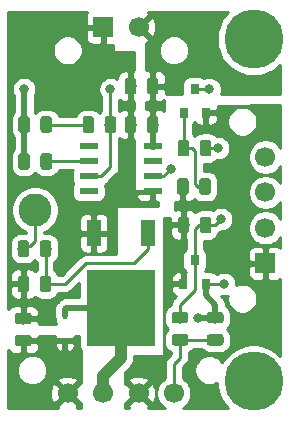
<source format=gbr>
G04 #@! TF.GenerationSoftware,KiCad,Pcbnew,(5.0.2)-1*
G04 #@! TF.CreationDate,2019-03-20T21:28:47-05:00*
G04 #@! TF.ProjectId,Contactor,436f6e74-6163-4746-9f72-2e6b69636164,rev?*
G04 #@! TF.SameCoordinates,Original*
G04 #@! TF.FileFunction,Copper,L1,Top*
G04 #@! TF.FilePolarity,Positive*
%FSLAX46Y46*%
G04 Gerber Fmt 4.6, Leading zero omitted, Abs format (unit mm)*
G04 Created by KiCad (PCBNEW (5.0.2)-1) date 3/20/2019 9:28:47 PM*
%MOMM*%
%LPD*%
G01*
G04 APERTURE LIST*
G04 #@! TA.AperFunction,SMDPad,CuDef*
%ADD10R,1.550000X0.600000*%
G04 #@! TD*
G04 #@! TA.AperFunction,Conductor*
%ADD11C,0.100000*%
G04 #@! TD*
G04 #@! TA.AperFunction,SMDPad,CuDef*
%ADD12C,0.975000*%
G04 #@! TD*
G04 #@! TA.AperFunction,SMDPad,CuDef*
%ADD13R,0.450000X0.600000*%
G04 #@! TD*
G04 #@! TA.AperFunction,ComponentPad*
%ADD14C,1.700000*%
G04 #@! TD*
G04 #@! TA.AperFunction,SMDPad,CuDef*
%ADD15R,0.800000X0.900000*%
G04 #@! TD*
G04 #@! TA.AperFunction,SMDPad,CuDef*
%ADD16R,1.200000X2.200000*%
G04 #@! TD*
G04 #@! TA.AperFunction,SMDPad,CuDef*
%ADD17R,5.800000X6.400000*%
G04 #@! TD*
G04 #@! TA.AperFunction,ComponentPad*
%ADD18C,2.800000*%
G04 #@! TD*
G04 #@! TA.AperFunction,ComponentPad*
%ADD19R,1.700000X1.700000*%
G04 #@! TD*
G04 #@! TA.AperFunction,ComponentPad*
%ADD20C,5.000000*%
G04 #@! TD*
G04 #@! TA.AperFunction,ViaPad*
%ADD21C,0.800000*%
G04 #@! TD*
G04 #@! TA.AperFunction,Conductor*
%ADD22C,0.250000*%
G04 #@! TD*
G04 #@! TA.AperFunction,Conductor*
%ADD23C,0.500000*%
G04 #@! TD*
G04 #@! TA.AperFunction,Conductor*
%ADD24C,1.000000*%
G04 #@! TD*
G04 #@! TA.AperFunction,Conductor*
%ADD25C,0.254000*%
G04 #@! TD*
G04 APERTURE END LIST*
D10*
G04 #@! TO.P,U10,8*
G04 #@! TO.N,+12V*
X164200000Y-109595000D03*
G04 #@! TO.P,U10,7*
G04 #@! TO.N,Net-(U10-Pad7)*
X164200000Y-110865000D03*
G04 #@! TO.P,U10,6*
G04 #@! TO.N,Net-(R17-Pad2)*
X164200000Y-112135000D03*
G04 #@! TO.P,U10,5*
G04 #@! TO.N,GNDPWR*
X164200000Y-113405000D03*
G04 #@! TO.P,U10,4*
G04 #@! TO.N,Net-(U10-Pad4)*
X158800000Y-113405000D03*
G04 #@! TO.P,U10,3*
G04 #@! TO.N,Net-(D4-Pad1)*
X158800000Y-112135000D03*
G04 #@! TO.P,U10,2*
G04 #@! TO.N,Net-(R16-Pad1)*
X158800000Y-110865000D03*
G04 #@! TO.P,U10,1*
G04 #@! TO.N,Net-(U10-Pad1)*
X158800000Y-109595000D03*
G04 #@! TD*
D11*
G04 #@! TO.N,+12V*
G04 #@! TO.C,C30*
G36*
X164467642Y-107051174D02*
X164491303Y-107054684D01*
X164514507Y-107060496D01*
X164537029Y-107068554D01*
X164558653Y-107078782D01*
X164579170Y-107091079D01*
X164598383Y-107105329D01*
X164616107Y-107121393D01*
X164632171Y-107139117D01*
X164646421Y-107158330D01*
X164658718Y-107178847D01*
X164668946Y-107200471D01*
X164677004Y-107222993D01*
X164682816Y-107246197D01*
X164686326Y-107269858D01*
X164687500Y-107293750D01*
X164687500Y-108206250D01*
X164686326Y-108230142D01*
X164682816Y-108253803D01*
X164677004Y-108277007D01*
X164668946Y-108299529D01*
X164658718Y-108321153D01*
X164646421Y-108341670D01*
X164632171Y-108360883D01*
X164616107Y-108378607D01*
X164598383Y-108394671D01*
X164579170Y-108408921D01*
X164558653Y-108421218D01*
X164537029Y-108431446D01*
X164514507Y-108439504D01*
X164491303Y-108445316D01*
X164467642Y-108448826D01*
X164443750Y-108450000D01*
X163956250Y-108450000D01*
X163932358Y-108448826D01*
X163908697Y-108445316D01*
X163885493Y-108439504D01*
X163862971Y-108431446D01*
X163841347Y-108421218D01*
X163820830Y-108408921D01*
X163801617Y-108394671D01*
X163783893Y-108378607D01*
X163767829Y-108360883D01*
X163753579Y-108341670D01*
X163741282Y-108321153D01*
X163731054Y-108299529D01*
X163722996Y-108277007D01*
X163717184Y-108253803D01*
X163713674Y-108230142D01*
X163712500Y-108206250D01*
X163712500Y-107293750D01*
X163713674Y-107269858D01*
X163717184Y-107246197D01*
X163722996Y-107222993D01*
X163731054Y-107200471D01*
X163741282Y-107178847D01*
X163753579Y-107158330D01*
X163767829Y-107139117D01*
X163783893Y-107121393D01*
X163801617Y-107105329D01*
X163820830Y-107091079D01*
X163841347Y-107078782D01*
X163862971Y-107068554D01*
X163885493Y-107060496D01*
X163908697Y-107054684D01*
X163932358Y-107051174D01*
X163956250Y-107050000D01*
X164443750Y-107050000D01*
X164467642Y-107051174D01*
X164467642Y-107051174D01*
G37*
D12*
G04 #@! TD*
G04 #@! TO.P,C30,1*
G04 #@! TO.N,+12V*
X164200000Y-107750000D03*
D11*
G04 #@! TO.N,GNDPWR*
G04 #@! TO.C,C30*
G36*
X162592642Y-107051174D02*
X162616303Y-107054684D01*
X162639507Y-107060496D01*
X162662029Y-107068554D01*
X162683653Y-107078782D01*
X162704170Y-107091079D01*
X162723383Y-107105329D01*
X162741107Y-107121393D01*
X162757171Y-107139117D01*
X162771421Y-107158330D01*
X162783718Y-107178847D01*
X162793946Y-107200471D01*
X162802004Y-107222993D01*
X162807816Y-107246197D01*
X162811326Y-107269858D01*
X162812500Y-107293750D01*
X162812500Y-108206250D01*
X162811326Y-108230142D01*
X162807816Y-108253803D01*
X162802004Y-108277007D01*
X162793946Y-108299529D01*
X162783718Y-108321153D01*
X162771421Y-108341670D01*
X162757171Y-108360883D01*
X162741107Y-108378607D01*
X162723383Y-108394671D01*
X162704170Y-108408921D01*
X162683653Y-108421218D01*
X162662029Y-108431446D01*
X162639507Y-108439504D01*
X162616303Y-108445316D01*
X162592642Y-108448826D01*
X162568750Y-108450000D01*
X162081250Y-108450000D01*
X162057358Y-108448826D01*
X162033697Y-108445316D01*
X162010493Y-108439504D01*
X161987971Y-108431446D01*
X161966347Y-108421218D01*
X161945830Y-108408921D01*
X161926617Y-108394671D01*
X161908893Y-108378607D01*
X161892829Y-108360883D01*
X161878579Y-108341670D01*
X161866282Y-108321153D01*
X161856054Y-108299529D01*
X161847996Y-108277007D01*
X161842184Y-108253803D01*
X161838674Y-108230142D01*
X161837500Y-108206250D01*
X161837500Y-107293750D01*
X161838674Y-107269858D01*
X161842184Y-107246197D01*
X161847996Y-107222993D01*
X161856054Y-107200471D01*
X161866282Y-107178847D01*
X161878579Y-107158330D01*
X161892829Y-107139117D01*
X161908893Y-107121393D01*
X161926617Y-107105329D01*
X161945830Y-107091079D01*
X161966347Y-107078782D01*
X161987971Y-107068554D01*
X162010493Y-107060496D01*
X162033697Y-107054684D01*
X162057358Y-107051174D01*
X162081250Y-107050000D01*
X162568750Y-107050000D01*
X162592642Y-107051174D01*
X162592642Y-107051174D01*
G37*
D12*
G04 #@! TD*
G04 #@! TO.P,C30,2*
G04 #@! TO.N,GNDPWR*
X162325000Y-107750000D03*
D11*
G04 #@! TO.N,GNDPWR*
G04 #@! TO.C,C31*
G36*
X162592642Y-103801174D02*
X162616303Y-103804684D01*
X162639507Y-103810496D01*
X162662029Y-103818554D01*
X162683653Y-103828782D01*
X162704170Y-103841079D01*
X162723383Y-103855329D01*
X162741107Y-103871393D01*
X162757171Y-103889117D01*
X162771421Y-103908330D01*
X162783718Y-103928847D01*
X162793946Y-103950471D01*
X162802004Y-103972993D01*
X162807816Y-103996197D01*
X162811326Y-104019858D01*
X162812500Y-104043750D01*
X162812500Y-104956250D01*
X162811326Y-104980142D01*
X162807816Y-105003803D01*
X162802004Y-105027007D01*
X162793946Y-105049529D01*
X162783718Y-105071153D01*
X162771421Y-105091670D01*
X162757171Y-105110883D01*
X162741107Y-105128607D01*
X162723383Y-105144671D01*
X162704170Y-105158921D01*
X162683653Y-105171218D01*
X162662029Y-105181446D01*
X162639507Y-105189504D01*
X162616303Y-105195316D01*
X162592642Y-105198826D01*
X162568750Y-105200000D01*
X162081250Y-105200000D01*
X162057358Y-105198826D01*
X162033697Y-105195316D01*
X162010493Y-105189504D01*
X161987971Y-105181446D01*
X161966347Y-105171218D01*
X161945830Y-105158921D01*
X161926617Y-105144671D01*
X161908893Y-105128607D01*
X161892829Y-105110883D01*
X161878579Y-105091670D01*
X161866282Y-105071153D01*
X161856054Y-105049529D01*
X161847996Y-105027007D01*
X161842184Y-105003803D01*
X161838674Y-104980142D01*
X161837500Y-104956250D01*
X161837500Y-104043750D01*
X161838674Y-104019858D01*
X161842184Y-103996197D01*
X161847996Y-103972993D01*
X161856054Y-103950471D01*
X161866282Y-103928847D01*
X161878579Y-103908330D01*
X161892829Y-103889117D01*
X161908893Y-103871393D01*
X161926617Y-103855329D01*
X161945830Y-103841079D01*
X161966347Y-103828782D01*
X161987971Y-103818554D01*
X162010493Y-103810496D01*
X162033697Y-103804684D01*
X162057358Y-103801174D01*
X162081250Y-103800000D01*
X162568750Y-103800000D01*
X162592642Y-103801174D01*
X162592642Y-103801174D01*
G37*
D12*
G04 #@! TD*
G04 #@! TO.P,C31,2*
G04 #@! TO.N,GNDPWR*
X162325000Y-104500000D03*
D11*
G04 #@! TO.N,+12V*
G04 #@! TO.C,C31*
G36*
X164467642Y-103801174D02*
X164491303Y-103804684D01*
X164514507Y-103810496D01*
X164537029Y-103818554D01*
X164558653Y-103828782D01*
X164579170Y-103841079D01*
X164598383Y-103855329D01*
X164616107Y-103871393D01*
X164632171Y-103889117D01*
X164646421Y-103908330D01*
X164658718Y-103928847D01*
X164668946Y-103950471D01*
X164677004Y-103972993D01*
X164682816Y-103996197D01*
X164686326Y-104019858D01*
X164687500Y-104043750D01*
X164687500Y-104956250D01*
X164686326Y-104980142D01*
X164682816Y-105003803D01*
X164677004Y-105027007D01*
X164668946Y-105049529D01*
X164658718Y-105071153D01*
X164646421Y-105091670D01*
X164632171Y-105110883D01*
X164616107Y-105128607D01*
X164598383Y-105144671D01*
X164579170Y-105158921D01*
X164558653Y-105171218D01*
X164537029Y-105181446D01*
X164514507Y-105189504D01*
X164491303Y-105195316D01*
X164467642Y-105198826D01*
X164443750Y-105200000D01*
X163956250Y-105200000D01*
X163932358Y-105198826D01*
X163908697Y-105195316D01*
X163885493Y-105189504D01*
X163862971Y-105181446D01*
X163841347Y-105171218D01*
X163820830Y-105158921D01*
X163801617Y-105144671D01*
X163783893Y-105128607D01*
X163767829Y-105110883D01*
X163753579Y-105091670D01*
X163741282Y-105071153D01*
X163731054Y-105049529D01*
X163722996Y-105027007D01*
X163717184Y-105003803D01*
X163713674Y-104980142D01*
X163712500Y-104956250D01*
X163712500Y-104043750D01*
X163713674Y-104019858D01*
X163717184Y-103996197D01*
X163722996Y-103972993D01*
X163731054Y-103950471D01*
X163741282Y-103928847D01*
X163753579Y-103908330D01*
X163767829Y-103889117D01*
X163783893Y-103871393D01*
X163801617Y-103855329D01*
X163820830Y-103841079D01*
X163841347Y-103828782D01*
X163862971Y-103818554D01*
X163885493Y-103810496D01*
X163908697Y-103804684D01*
X163932358Y-103801174D01*
X163956250Y-103800000D01*
X164443750Y-103800000D01*
X164467642Y-103801174D01*
X164467642Y-103801174D01*
G37*
D12*
G04 #@! TD*
G04 #@! TO.P,C31,1*
G04 #@! TO.N,+12V*
X164200000Y-104500000D03*
D11*
G04 #@! TO.N,GNDPWR*
G04 #@! TO.C,C32*
G36*
X153730142Y-123688674D02*
X153753803Y-123692184D01*
X153777007Y-123697996D01*
X153799529Y-123706054D01*
X153821153Y-123716282D01*
X153841670Y-123728579D01*
X153860883Y-123742829D01*
X153878607Y-123758893D01*
X153894671Y-123776617D01*
X153908921Y-123795830D01*
X153921218Y-123816347D01*
X153931446Y-123837971D01*
X153939504Y-123860493D01*
X153945316Y-123883697D01*
X153948826Y-123907358D01*
X153950000Y-123931250D01*
X153950000Y-124418750D01*
X153948826Y-124442642D01*
X153945316Y-124466303D01*
X153939504Y-124489507D01*
X153931446Y-124512029D01*
X153921218Y-124533653D01*
X153908921Y-124554170D01*
X153894671Y-124573383D01*
X153878607Y-124591107D01*
X153860883Y-124607171D01*
X153841670Y-124621421D01*
X153821153Y-124633718D01*
X153799529Y-124643946D01*
X153777007Y-124652004D01*
X153753803Y-124657816D01*
X153730142Y-124661326D01*
X153706250Y-124662500D01*
X152793750Y-124662500D01*
X152769858Y-124661326D01*
X152746197Y-124657816D01*
X152722993Y-124652004D01*
X152700471Y-124643946D01*
X152678847Y-124633718D01*
X152658330Y-124621421D01*
X152639117Y-124607171D01*
X152621393Y-124591107D01*
X152605329Y-124573383D01*
X152591079Y-124554170D01*
X152578782Y-124533653D01*
X152568554Y-124512029D01*
X152560496Y-124489507D01*
X152554684Y-124466303D01*
X152551174Y-124442642D01*
X152550000Y-124418750D01*
X152550000Y-123931250D01*
X152551174Y-123907358D01*
X152554684Y-123883697D01*
X152560496Y-123860493D01*
X152568554Y-123837971D01*
X152578782Y-123816347D01*
X152591079Y-123795830D01*
X152605329Y-123776617D01*
X152621393Y-123758893D01*
X152639117Y-123742829D01*
X152658330Y-123728579D01*
X152678847Y-123716282D01*
X152700471Y-123706054D01*
X152722993Y-123697996D01*
X152746197Y-123692184D01*
X152769858Y-123688674D01*
X152793750Y-123687500D01*
X153706250Y-123687500D01*
X153730142Y-123688674D01*
X153730142Y-123688674D01*
G37*
D12*
G04 #@! TD*
G04 #@! TO.P,C32,1*
G04 #@! TO.N,GNDPWR*
X153250000Y-124175000D03*
D11*
G04 #@! TO.N,+12V*
G04 #@! TO.C,C32*
G36*
X153730142Y-125563674D02*
X153753803Y-125567184D01*
X153777007Y-125572996D01*
X153799529Y-125581054D01*
X153821153Y-125591282D01*
X153841670Y-125603579D01*
X153860883Y-125617829D01*
X153878607Y-125633893D01*
X153894671Y-125651617D01*
X153908921Y-125670830D01*
X153921218Y-125691347D01*
X153931446Y-125712971D01*
X153939504Y-125735493D01*
X153945316Y-125758697D01*
X153948826Y-125782358D01*
X153950000Y-125806250D01*
X153950000Y-126293750D01*
X153948826Y-126317642D01*
X153945316Y-126341303D01*
X153939504Y-126364507D01*
X153931446Y-126387029D01*
X153921218Y-126408653D01*
X153908921Y-126429170D01*
X153894671Y-126448383D01*
X153878607Y-126466107D01*
X153860883Y-126482171D01*
X153841670Y-126496421D01*
X153821153Y-126508718D01*
X153799529Y-126518946D01*
X153777007Y-126527004D01*
X153753803Y-126532816D01*
X153730142Y-126536326D01*
X153706250Y-126537500D01*
X152793750Y-126537500D01*
X152769858Y-126536326D01*
X152746197Y-126532816D01*
X152722993Y-126527004D01*
X152700471Y-126518946D01*
X152678847Y-126508718D01*
X152658330Y-126496421D01*
X152639117Y-126482171D01*
X152621393Y-126466107D01*
X152605329Y-126448383D01*
X152591079Y-126429170D01*
X152578782Y-126408653D01*
X152568554Y-126387029D01*
X152560496Y-126364507D01*
X152554684Y-126341303D01*
X152551174Y-126317642D01*
X152550000Y-126293750D01*
X152550000Y-125806250D01*
X152551174Y-125782358D01*
X152554684Y-125758697D01*
X152560496Y-125735493D01*
X152568554Y-125712971D01*
X152578782Y-125691347D01*
X152591079Y-125670830D01*
X152605329Y-125651617D01*
X152621393Y-125633893D01*
X152639117Y-125617829D01*
X152658330Y-125603579D01*
X152678847Y-125591282D01*
X152700471Y-125581054D01*
X152722993Y-125572996D01*
X152746197Y-125567184D01*
X152769858Y-125563674D01*
X152793750Y-125562500D01*
X153706250Y-125562500D01*
X153730142Y-125563674D01*
X153730142Y-125563674D01*
G37*
D12*
G04 #@! TD*
G04 #@! TO.P,C32,2*
G04 #@! TO.N,+12V*
X153250000Y-126050000D03*
D11*
G04 #@! TO.N,GND*
G04 #@! TO.C,C33*
G36*
X167080142Y-115551174D02*
X167103803Y-115554684D01*
X167127007Y-115560496D01*
X167149529Y-115568554D01*
X167171153Y-115578782D01*
X167191670Y-115591079D01*
X167210883Y-115605329D01*
X167228607Y-115621393D01*
X167244671Y-115639117D01*
X167258921Y-115658330D01*
X167271218Y-115678847D01*
X167281446Y-115700471D01*
X167289504Y-115722993D01*
X167295316Y-115746197D01*
X167298826Y-115769858D01*
X167300000Y-115793750D01*
X167300000Y-116706250D01*
X167298826Y-116730142D01*
X167295316Y-116753803D01*
X167289504Y-116777007D01*
X167281446Y-116799529D01*
X167271218Y-116821153D01*
X167258921Y-116841670D01*
X167244671Y-116860883D01*
X167228607Y-116878607D01*
X167210883Y-116894671D01*
X167191670Y-116908921D01*
X167171153Y-116921218D01*
X167149529Y-116931446D01*
X167127007Y-116939504D01*
X167103803Y-116945316D01*
X167080142Y-116948826D01*
X167056250Y-116950000D01*
X166568750Y-116950000D01*
X166544858Y-116948826D01*
X166521197Y-116945316D01*
X166497993Y-116939504D01*
X166475471Y-116931446D01*
X166453847Y-116921218D01*
X166433330Y-116908921D01*
X166414117Y-116894671D01*
X166396393Y-116878607D01*
X166380329Y-116860883D01*
X166366079Y-116841670D01*
X166353782Y-116821153D01*
X166343554Y-116799529D01*
X166335496Y-116777007D01*
X166329684Y-116753803D01*
X166326174Y-116730142D01*
X166325000Y-116706250D01*
X166325000Y-115793750D01*
X166326174Y-115769858D01*
X166329684Y-115746197D01*
X166335496Y-115722993D01*
X166343554Y-115700471D01*
X166353782Y-115678847D01*
X166366079Y-115658330D01*
X166380329Y-115639117D01*
X166396393Y-115621393D01*
X166414117Y-115605329D01*
X166433330Y-115591079D01*
X166453847Y-115578782D01*
X166475471Y-115568554D01*
X166497993Y-115560496D01*
X166521197Y-115554684D01*
X166544858Y-115551174D01*
X166568750Y-115550000D01*
X167056250Y-115550000D01*
X167080142Y-115551174D01*
X167080142Y-115551174D01*
G37*
D12*
G04 #@! TD*
G04 #@! TO.P,C33,2*
G04 #@! TO.N,GND*
X166812500Y-116250000D03*
D11*
G04 #@! TO.N,/CONTACTOR_CHECK*
G04 #@! TO.C,C33*
G36*
X168955142Y-115551174D02*
X168978803Y-115554684D01*
X169002007Y-115560496D01*
X169024529Y-115568554D01*
X169046153Y-115578782D01*
X169066670Y-115591079D01*
X169085883Y-115605329D01*
X169103607Y-115621393D01*
X169119671Y-115639117D01*
X169133921Y-115658330D01*
X169146218Y-115678847D01*
X169156446Y-115700471D01*
X169164504Y-115722993D01*
X169170316Y-115746197D01*
X169173826Y-115769858D01*
X169175000Y-115793750D01*
X169175000Y-116706250D01*
X169173826Y-116730142D01*
X169170316Y-116753803D01*
X169164504Y-116777007D01*
X169156446Y-116799529D01*
X169146218Y-116821153D01*
X169133921Y-116841670D01*
X169119671Y-116860883D01*
X169103607Y-116878607D01*
X169085883Y-116894671D01*
X169066670Y-116908921D01*
X169046153Y-116921218D01*
X169024529Y-116931446D01*
X169002007Y-116939504D01*
X168978803Y-116945316D01*
X168955142Y-116948826D01*
X168931250Y-116950000D01*
X168443750Y-116950000D01*
X168419858Y-116948826D01*
X168396197Y-116945316D01*
X168372993Y-116939504D01*
X168350471Y-116931446D01*
X168328847Y-116921218D01*
X168308330Y-116908921D01*
X168289117Y-116894671D01*
X168271393Y-116878607D01*
X168255329Y-116860883D01*
X168241079Y-116841670D01*
X168228782Y-116821153D01*
X168218554Y-116799529D01*
X168210496Y-116777007D01*
X168204684Y-116753803D01*
X168201174Y-116730142D01*
X168200000Y-116706250D01*
X168200000Y-115793750D01*
X168201174Y-115769858D01*
X168204684Y-115746197D01*
X168210496Y-115722993D01*
X168218554Y-115700471D01*
X168228782Y-115678847D01*
X168241079Y-115658330D01*
X168255329Y-115639117D01*
X168271393Y-115621393D01*
X168289117Y-115605329D01*
X168308330Y-115591079D01*
X168328847Y-115578782D01*
X168350471Y-115568554D01*
X168372993Y-115560496D01*
X168396197Y-115554684D01*
X168419858Y-115551174D01*
X168443750Y-115550000D01*
X168931250Y-115550000D01*
X168955142Y-115551174D01*
X168955142Y-115551174D01*
G37*
D12*
G04 #@! TD*
G04 #@! TO.P,C33,1*
G04 #@! TO.N,/CONTACTOR_CHECK*
X168687500Y-116250000D03*
D11*
G04 #@! TO.N,Net-(D4-Pad1)*
G04 #@! TO.C,D4*
G36*
X160892642Y-107051174D02*
X160916303Y-107054684D01*
X160939507Y-107060496D01*
X160962029Y-107068554D01*
X160983653Y-107078782D01*
X161004170Y-107091079D01*
X161023383Y-107105329D01*
X161041107Y-107121393D01*
X161057171Y-107139117D01*
X161071421Y-107158330D01*
X161083718Y-107178847D01*
X161093946Y-107200471D01*
X161102004Y-107222993D01*
X161107816Y-107246197D01*
X161111326Y-107269858D01*
X161112500Y-107293750D01*
X161112500Y-108206250D01*
X161111326Y-108230142D01*
X161107816Y-108253803D01*
X161102004Y-108277007D01*
X161093946Y-108299529D01*
X161083718Y-108321153D01*
X161071421Y-108341670D01*
X161057171Y-108360883D01*
X161041107Y-108378607D01*
X161023383Y-108394671D01*
X161004170Y-108408921D01*
X160983653Y-108421218D01*
X160962029Y-108431446D01*
X160939507Y-108439504D01*
X160916303Y-108445316D01*
X160892642Y-108448826D01*
X160868750Y-108450000D01*
X160381250Y-108450000D01*
X160357358Y-108448826D01*
X160333697Y-108445316D01*
X160310493Y-108439504D01*
X160287971Y-108431446D01*
X160266347Y-108421218D01*
X160245830Y-108408921D01*
X160226617Y-108394671D01*
X160208893Y-108378607D01*
X160192829Y-108360883D01*
X160178579Y-108341670D01*
X160166282Y-108321153D01*
X160156054Y-108299529D01*
X160147996Y-108277007D01*
X160142184Y-108253803D01*
X160138674Y-108230142D01*
X160137500Y-108206250D01*
X160137500Y-107293750D01*
X160138674Y-107269858D01*
X160142184Y-107246197D01*
X160147996Y-107222993D01*
X160156054Y-107200471D01*
X160166282Y-107178847D01*
X160178579Y-107158330D01*
X160192829Y-107139117D01*
X160208893Y-107121393D01*
X160226617Y-107105329D01*
X160245830Y-107091079D01*
X160266347Y-107078782D01*
X160287971Y-107068554D01*
X160310493Y-107060496D01*
X160333697Y-107054684D01*
X160357358Y-107051174D01*
X160381250Y-107050000D01*
X160868750Y-107050000D01*
X160892642Y-107051174D01*
X160892642Y-107051174D01*
G37*
D12*
G04 #@! TD*
G04 #@! TO.P,D4,1*
G04 #@! TO.N,Net-(D4-Pad1)*
X160625000Y-107750000D03*
D11*
G04 #@! TO.N,Net-(D4-Pad2)*
G04 #@! TO.C,D4*
G36*
X159017642Y-107051174D02*
X159041303Y-107054684D01*
X159064507Y-107060496D01*
X159087029Y-107068554D01*
X159108653Y-107078782D01*
X159129170Y-107091079D01*
X159148383Y-107105329D01*
X159166107Y-107121393D01*
X159182171Y-107139117D01*
X159196421Y-107158330D01*
X159208718Y-107178847D01*
X159218946Y-107200471D01*
X159227004Y-107222993D01*
X159232816Y-107246197D01*
X159236326Y-107269858D01*
X159237500Y-107293750D01*
X159237500Y-108206250D01*
X159236326Y-108230142D01*
X159232816Y-108253803D01*
X159227004Y-108277007D01*
X159218946Y-108299529D01*
X159208718Y-108321153D01*
X159196421Y-108341670D01*
X159182171Y-108360883D01*
X159166107Y-108378607D01*
X159148383Y-108394671D01*
X159129170Y-108408921D01*
X159108653Y-108421218D01*
X159087029Y-108431446D01*
X159064507Y-108439504D01*
X159041303Y-108445316D01*
X159017642Y-108448826D01*
X158993750Y-108450000D01*
X158506250Y-108450000D01*
X158482358Y-108448826D01*
X158458697Y-108445316D01*
X158435493Y-108439504D01*
X158412971Y-108431446D01*
X158391347Y-108421218D01*
X158370830Y-108408921D01*
X158351617Y-108394671D01*
X158333893Y-108378607D01*
X158317829Y-108360883D01*
X158303579Y-108341670D01*
X158291282Y-108321153D01*
X158281054Y-108299529D01*
X158272996Y-108277007D01*
X158267184Y-108253803D01*
X158263674Y-108230142D01*
X158262500Y-108206250D01*
X158262500Y-107293750D01*
X158263674Y-107269858D01*
X158267184Y-107246197D01*
X158272996Y-107222993D01*
X158281054Y-107200471D01*
X158291282Y-107178847D01*
X158303579Y-107158330D01*
X158317829Y-107139117D01*
X158333893Y-107121393D01*
X158351617Y-107105329D01*
X158370830Y-107091079D01*
X158391347Y-107078782D01*
X158412971Y-107068554D01*
X158435493Y-107060496D01*
X158458697Y-107054684D01*
X158482358Y-107051174D01*
X158506250Y-107050000D01*
X158993750Y-107050000D01*
X159017642Y-107051174D01*
X159017642Y-107051174D01*
G37*
D12*
G04 #@! TD*
G04 #@! TO.P,D4,2*
G04 #@! TO.N,Net-(D4-Pad2)*
X158750000Y-107750000D03*
D13*
G04 #@! TO.P,D5,1*
G04 #@! TO.N,+12V*
X156750000Y-126050000D03*
G04 #@! TO.P,D5,2*
G04 #@! TO.N,/CONTACTOR_V-*
X156750000Y-123950000D03*
G04 #@! TD*
D14*
G04 #@! TO.P,J6,4*
G04 #@! TO.N,Net-(J6-Pad4)*
X166000000Y-130500000D03*
G04 #@! TO.P,J6,1*
G04 #@! TO.N,+12V*
X157000000Y-130500000D03*
G04 #@! TO.P,J6,2*
G04 #@! TO.N,/CONTACTOR_V-*
X160000000Y-130500000D03*
G04 #@! TO.P,J6,3*
G04 #@! TO.N,GND*
X163000000Y-130500000D03*
G04 #@! TD*
D15*
G04 #@! TO.P,Q3,3*
G04 #@! TO.N,Net-(D4-Pad1)*
X167762500Y-104750000D03*
G04 #@! TO.P,Q3,2*
G04 #@! TO.N,GND*
X168712500Y-106750000D03*
G04 #@! TO.P,Q3,1*
G04 #@! TO.N,Net-(Q3-Pad1)*
X166812500Y-106750000D03*
G04 #@! TD*
D16*
G04 #@! TO.P,Q4,1*
G04 #@! TO.N,Net-(Q4-Pad1)*
X163780000Y-116950000D03*
G04 #@! TO.P,Q4,3*
G04 #@! TO.N,GNDPWR*
X159220000Y-116950000D03*
D17*
G04 #@! TO.P,Q4,2*
G04 #@! TO.N,/CONTACTOR_V-*
X161500000Y-123250000D03*
G04 #@! TD*
D11*
G04 #@! TO.N,Net-(Q3-Pad1)*
G04 #@! TO.C,R13*
G36*
X167080142Y-109051174D02*
X167103803Y-109054684D01*
X167127007Y-109060496D01*
X167149529Y-109068554D01*
X167171153Y-109078782D01*
X167191670Y-109091079D01*
X167210883Y-109105329D01*
X167228607Y-109121393D01*
X167244671Y-109139117D01*
X167258921Y-109158330D01*
X167271218Y-109178847D01*
X167281446Y-109200471D01*
X167289504Y-109222993D01*
X167295316Y-109246197D01*
X167298826Y-109269858D01*
X167300000Y-109293750D01*
X167300000Y-110206250D01*
X167298826Y-110230142D01*
X167295316Y-110253803D01*
X167289504Y-110277007D01*
X167281446Y-110299529D01*
X167271218Y-110321153D01*
X167258921Y-110341670D01*
X167244671Y-110360883D01*
X167228607Y-110378607D01*
X167210883Y-110394671D01*
X167191670Y-110408921D01*
X167171153Y-110421218D01*
X167149529Y-110431446D01*
X167127007Y-110439504D01*
X167103803Y-110445316D01*
X167080142Y-110448826D01*
X167056250Y-110450000D01*
X166568750Y-110450000D01*
X166544858Y-110448826D01*
X166521197Y-110445316D01*
X166497993Y-110439504D01*
X166475471Y-110431446D01*
X166453847Y-110421218D01*
X166433330Y-110408921D01*
X166414117Y-110394671D01*
X166396393Y-110378607D01*
X166380329Y-110360883D01*
X166366079Y-110341670D01*
X166353782Y-110321153D01*
X166343554Y-110299529D01*
X166335496Y-110277007D01*
X166329684Y-110253803D01*
X166326174Y-110230142D01*
X166325000Y-110206250D01*
X166325000Y-109293750D01*
X166326174Y-109269858D01*
X166329684Y-109246197D01*
X166335496Y-109222993D01*
X166343554Y-109200471D01*
X166353782Y-109178847D01*
X166366079Y-109158330D01*
X166380329Y-109139117D01*
X166396393Y-109121393D01*
X166414117Y-109105329D01*
X166433330Y-109091079D01*
X166453847Y-109078782D01*
X166475471Y-109068554D01*
X166497993Y-109060496D01*
X166521197Y-109054684D01*
X166544858Y-109051174D01*
X166568750Y-109050000D01*
X167056250Y-109050000D01*
X167080142Y-109051174D01*
X167080142Y-109051174D01*
G37*
D12*
G04 #@! TD*
G04 #@! TO.P,R13,1*
G04 #@! TO.N,Net-(Q3-Pad1)*
X166812500Y-109750000D03*
D11*
G04 #@! TO.N,/CONTACTOR_EN*
G04 #@! TO.C,R13*
G36*
X168955142Y-109051174D02*
X168978803Y-109054684D01*
X169002007Y-109060496D01*
X169024529Y-109068554D01*
X169046153Y-109078782D01*
X169066670Y-109091079D01*
X169085883Y-109105329D01*
X169103607Y-109121393D01*
X169119671Y-109139117D01*
X169133921Y-109158330D01*
X169146218Y-109178847D01*
X169156446Y-109200471D01*
X169164504Y-109222993D01*
X169170316Y-109246197D01*
X169173826Y-109269858D01*
X169175000Y-109293750D01*
X169175000Y-110206250D01*
X169173826Y-110230142D01*
X169170316Y-110253803D01*
X169164504Y-110277007D01*
X169156446Y-110299529D01*
X169146218Y-110321153D01*
X169133921Y-110341670D01*
X169119671Y-110360883D01*
X169103607Y-110378607D01*
X169085883Y-110394671D01*
X169066670Y-110408921D01*
X169046153Y-110421218D01*
X169024529Y-110431446D01*
X169002007Y-110439504D01*
X168978803Y-110445316D01*
X168955142Y-110448826D01*
X168931250Y-110450000D01*
X168443750Y-110450000D01*
X168419858Y-110448826D01*
X168396197Y-110445316D01*
X168372993Y-110439504D01*
X168350471Y-110431446D01*
X168328847Y-110421218D01*
X168308330Y-110408921D01*
X168289117Y-110394671D01*
X168271393Y-110378607D01*
X168255329Y-110360883D01*
X168241079Y-110341670D01*
X168228782Y-110321153D01*
X168218554Y-110299529D01*
X168210496Y-110277007D01*
X168204684Y-110253803D01*
X168201174Y-110230142D01*
X168200000Y-110206250D01*
X168200000Y-109293750D01*
X168201174Y-109269858D01*
X168204684Y-109246197D01*
X168210496Y-109222993D01*
X168218554Y-109200471D01*
X168228782Y-109178847D01*
X168241079Y-109158330D01*
X168255329Y-109139117D01*
X168271393Y-109121393D01*
X168289117Y-109105329D01*
X168308330Y-109091079D01*
X168328847Y-109078782D01*
X168350471Y-109068554D01*
X168372993Y-109060496D01*
X168396197Y-109054684D01*
X168419858Y-109051174D01*
X168443750Y-109050000D01*
X168931250Y-109050000D01*
X168955142Y-109051174D01*
X168955142Y-109051174D01*
G37*
D12*
G04 #@! TD*
G04 #@! TO.P,R13,2*
G04 #@! TO.N,/CONTACTOR_EN*
X168687500Y-109750000D03*
D11*
G04 #@! TO.N,GND*
G04 #@! TO.C,R14*
G36*
X167017642Y-112301174D02*
X167041303Y-112304684D01*
X167064507Y-112310496D01*
X167087029Y-112318554D01*
X167108653Y-112328782D01*
X167129170Y-112341079D01*
X167148383Y-112355329D01*
X167166107Y-112371393D01*
X167182171Y-112389117D01*
X167196421Y-112408330D01*
X167208718Y-112428847D01*
X167218946Y-112450471D01*
X167227004Y-112472993D01*
X167232816Y-112496197D01*
X167236326Y-112519858D01*
X167237500Y-112543750D01*
X167237500Y-113456250D01*
X167236326Y-113480142D01*
X167232816Y-113503803D01*
X167227004Y-113527007D01*
X167218946Y-113549529D01*
X167208718Y-113571153D01*
X167196421Y-113591670D01*
X167182171Y-113610883D01*
X167166107Y-113628607D01*
X167148383Y-113644671D01*
X167129170Y-113658921D01*
X167108653Y-113671218D01*
X167087029Y-113681446D01*
X167064507Y-113689504D01*
X167041303Y-113695316D01*
X167017642Y-113698826D01*
X166993750Y-113700000D01*
X166506250Y-113700000D01*
X166482358Y-113698826D01*
X166458697Y-113695316D01*
X166435493Y-113689504D01*
X166412971Y-113681446D01*
X166391347Y-113671218D01*
X166370830Y-113658921D01*
X166351617Y-113644671D01*
X166333893Y-113628607D01*
X166317829Y-113610883D01*
X166303579Y-113591670D01*
X166291282Y-113571153D01*
X166281054Y-113549529D01*
X166272996Y-113527007D01*
X166267184Y-113503803D01*
X166263674Y-113480142D01*
X166262500Y-113456250D01*
X166262500Y-112543750D01*
X166263674Y-112519858D01*
X166267184Y-112496197D01*
X166272996Y-112472993D01*
X166281054Y-112450471D01*
X166291282Y-112428847D01*
X166303579Y-112408330D01*
X166317829Y-112389117D01*
X166333893Y-112371393D01*
X166351617Y-112355329D01*
X166370830Y-112341079D01*
X166391347Y-112328782D01*
X166412971Y-112318554D01*
X166435493Y-112310496D01*
X166458697Y-112304684D01*
X166482358Y-112301174D01*
X166506250Y-112300000D01*
X166993750Y-112300000D01*
X167017642Y-112301174D01*
X167017642Y-112301174D01*
G37*
D12*
G04 #@! TD*
G04 #@! TO.P,R14,2*
G04 #@! TO.N,GND*
X166750000Y-113000000D03*
D11*
G04 #@! TO.N,Net-(Q3-Pad1)*
G04 #@! TO.C,R14*
G36*
X168892642Y-112301174D02*
X168916303Y-112304684D01*
X168939507Y-112310496D01*
X168962029Y-112318554D01*
X168983653Y-112328782D01*
X169004170Y-112341079D01*
X169023383Y-112355329D01*
X169041107Y-112371393D01*
X169057171Y-112389117D01*
X169071421Y-112408330D01*
X169083718Y-112428847D01*
X169093946Y-112450471D01*
X169102004Y-112472993D01*
X169107816Y-112496197D01*
X169111326Y-112519858D01*
X169112500Y-112543750D01*
X169112500Y-113456250D01*
X169111326Y-113480142D01*
X169107816Y-113503803D01*
X169102004Y-113527007D01*
X169093946Y-113549529D01*
X169083718Y-113571153D01*
X169071421Y-113591670D01*
X169057171Y-113610883D01*
X169041107Y-113628607D01*
X169023383Y-113644671D01*
X169004170Y-113658921D01*
X168983653Y-113671218D01*
X168962029Y-113681446D01*
X168939507Y-113689504D01*
X168916303Y-113695316D01*
X168892642Y-113698826D01*
X168868750Y-113700000D01*
X168381250Y-113700000D01*
X168357358Y-113698826D01*
X168333697Y-113695316D01*
X168310493Y-113689504D01*
X168287971Y-113681446D01*
X168266347Y-113671218D01*
X168245830Y-113658921D01*
X168226617Y-113644671D01*
X168208893Y-113628607D01*
X168192829Y-113610883D01*
X168178579Y-113591670D01*
X168166282Y-113571153D01*
X168156054Y-113549529D01*
X168147996Y-113527007D01*
X168142184Y-113503803D01*
X168138674Y-113480142D01*
X168137500Y-113456250D01*
X168137500Y-112543750D01*
X168138674Y-112519858D01*
X168142184Y-112496197D01*
X168147996Y-112472993D01*
X168156054Y-112450471D01*
X168166282Y-112428847D01*
X168178579Y-112408330D01*
X168192829Y-112389117D01*
X168208893Y-112371393D01*
X168226617Y-112355329D01*
X168245830Y-112341079D01*
X168266347Y-112328782D01*
X168287971Y-112318554D01*
X168310493Y-112310496D01*
X168333697Y-112304684D01*
X168357358Y-112301174D01*
X168381250Y-112300000D01*
X168868750Y-112300000D01*
X168892642Y-112301174D01*
X168892642Y-112301174D01*
G37*
D12*
G04 #@! TD*
G04 #@! TO.P,R14,1*
G04 #@! TO.N,Net-(Q3-Pad1)*
X168625000Y-113000000D03*
D11*
G04 #@! TO.N,+5V*
G04 #@! TO.C,R15*
G36*
X153580142Y-107051174D02*
X153603803Y-107054684D01*
X153627007Y-107060496D01*
X153649529Y-107068554D01*
X153671153Y-107078782D01*
X153691670Y-107091079D01*
X153710883Y-107105329D01*
X153728607Y-107121393D01*
X153744671Y-107139117D01*
X153758921Y-107158330D01*
X153771218Y-107178847D01*
X153781446Y-107200471D01*
X153789504Y-107222993D01*
X153795316Y-107246197D01*
X153798826Y-107269858D01*
X153800000Y-107293750D01*
X153800000Y-108206250D01*
X153798826Y-108230142D01*
X153795316Y-108253803D01*
X153789504Y-108277007D01*
X153781446Y-108299529D01*
X153771218Y-108321153D01*
X153758921Y-108341670D01*
X153744671Y-108360883D01*
X153728607Y-108378607D01*
X153710883Y-108394671D01*
X153691670Y-108408921D01*
X153671153Y-108421218D01*
X153649529Y-108431446D01*
X153627007Y-108439504D01*
X153603803Y-108445316D01*
X153580142Y-108448826D01*
X153556250Y-108450000D01*
X153068750Y-108450000D01*
X153044858Y-108448826D01*
X153021197Y-108445316D01*
X152997993Y-108439504D01*
X152975471Y-108431446D01*
X152953847Y-108421218D01*
X152933330Y-108408921D01*
X152914117Y-108394671D01*
X152896393Y-108378607D01*
X152880329Y-108360883D01*
X152866079Y-108341670D01*
X152853782Y-108321153D01*
X152843554Y-108299529D01*
X152835496Y-108277007D01*
X152829684Y-108253803D01*
X152826174Y-108230142D01*
X152825000Y-108206250D01*
X152825000Y-107293750D01*
X152826174Y-107269858D01*
X152829684Y-107246197D01*
X152835496Y-107222993D01*
X152843554Y-107200471D01*
X152853782Y-107178847D01*
X152866079Y-107158330D01*
X152880329Y-107139117D01*
X152896393Y-107121393D01*
X152914117Y-107105329D01*
X152933330Y-107091079D01*
X152953847Y-107078782D01*
X152975471Y-107068554D01*
X152997993Y-107060496D01*
X153021197Y-107054684D01*
X153044858Y-107051174D01*
X153068750Y-107050000D01*
X153556250Y-107050000D01*
X153580142Y-107051174D01*
X153580142Y-107051174D01*
G37*
D12*
G04 #@! TD*
G04 #@! TO.P,R15,1*
G04 #@! TO.N,+5V*
X153312500Y-107750000D03*
D11*
G04 #@! TO.N,Net-(D4-Pad2)*
G04 #@! TO.C,R15*
G36*
X155455142Y-107051174D02*
X155478803Y-107054684D01*
X155502007Y-107060496D01*
X155524529Y-107068554D01*
X155546153Y-107078782D01*
X155566670Y-107091079D01*
X155585883Y-107105329D01*
X155603607Y-107121393D01*
X155619671Y-107139117D01*
X155633921Y-107158330D01*
X155646218Y-107178847D01*
X155656446Y-107200471D01*
X155664504Y-107222993D01*
X155670316Y-107246197D01*
X155673826Y-107269858D01*
X155675000Y-107293750D01*
X155675000Y-108206250D01*
X155673826Y-108230142D01*
X155670316Y-108253803D01*
X155664504Y-108277007D01*
X155656446Y-108299529D01*
X155646218Y-108321153D01*
X155633921Y-108341670D01*
X155619671Y-108360883D01*
X155603607Y-108378607D01*
X155585883Y-108394671D01*
X155566670Y-108408921D01*
X155546153Y-108421218D01*
X155524529Y-108431446D01*
X155502007Y-108439504D01*
X155478803Y-108445316D01*
X155455142Y-108448826D01*
X155431250Y-108450000D01*
X154943750Y-108450000D01*
X154919858Y-108448826D01*
X154896197Y-108445316D01*
X154872993Y-108439504D01*
X154850471Y-108431446D01*
X154828847Y-108421218D01*
X154808330Y-108408921D01*
X154789117Y-108394671D01*
X154771393Y-108378607D01*
X154755329Y-108360883D01*
X154741079Y-108341670D01*
X154728782Y-108321153D01*
X154718554Y-108299529D01*
X154710496Y-108277007D01*
X154704684Y-108253803D01*
X154701174Y-108230142D01*
X154700000Y-108206250D01*
X154700000Y-107293750D01*
X154701174Y-107269858D01*
X154704684Y-107246197D01*
X154710496Y-107222993D01*
X154718554Y-107200471D01*
X154728782Y-107178847D01*
X154741079Y-107158330D01*
X154755329Y-107139117D01*
X154771393Y-107121393D01*
X154789117Y-107105329D01*
X154808330Y-107091079D01*
X154828847Y-107078782D01*
X154850471Y-107068554D01*
X154872993Y-107060496D01*
X154896197Y-107054684D01*
X154919858Y-107051174D01*
X154943750Y-107050000D01*
X155431250Y-107050000D01*
X155455142Y-107051174D01*
X155455142Y-107051174D01*
G37*
D12*
G04 #@! TD*
G04 #@! TO.P,R15,2*
G04 #@! TO.N,Net-(D4-Pad2)*
X155187500Y-107750000D03*
D11*
G04 #@! TO.N,Net-(R16-Pad1)*
G04 #@! TO.C,R16*
G36*
X155455142Y-110171174D02*
X155478803Y-110174684D01*
X155502007Y-110180496D01*
X155524529Y-110188554D01*
X155546153Y-110198782D01*
X155566670Y-110211079D01*
X155585883Y-110225329D01*
X155603607Y-110241393D01*
X155619671Y-110259117D01*
X155633921Y-110278330D01*
X155646218Y-110298847D01*
X155656446Y-110320471D01*
X155664504Y-110342993D01*
X155670316Y-110366197D01*
X155673826Y-110389858D01*
X155675000Y-110413750D01*
X155675000Y-111326250D01*
X155673826Y-111350142D01*
X155670316Y-111373803D01*
X155664504Y-111397007D01*
X155656446Y-111419529D01*
X155646218Y-111441153D01*
X155633921Y-111461670D01*
X155619671Y-111480883D01*
X155603607Y-111498607D01*
X155585883Y-111514671D01*
X155566670Y-111528921D01*
X155546153Y-111541218D01*
X155524529Y-111551446D01*
X155502007Y-111559504D01*
X155478803Y-111565316D01*
X155455142Y-111568826D01*
X155431250Y-111570000D01*
X154943750Y-111570000D01*
X154919858Y-111568826D01*
X154896197Y-111565316D01*
X154872993Y-111559504D01*
X154850471Y-111551446D01*
X154828847Y-111541218D01*
X154808330Y-111528921D01*
X154789117Y-111514671D01*
X154771393Y-111498607D01*
X154755329Y-111480883D01*
X154741079Y-111461670D01*
X154728782Y-111441153D01*
X154718554Y-111419529D01*
X154710496Y-111397007D01*
X154704684Y-111373803D01*
X154701174Y-111350142D01*
X154700000Y-111326250D01*
X154700000Y-110413750D01*
X154701174Y-110389858D01*
X154704684Y-110366197D01*
X154710496Y-110342993D01*
X154718554Y-110320471D01*
X154728782Y-110298847D01*
X154741079Y-110278330D01*
X154755329Y-110259117D01*
X154771393Y-110241393D01*
X154789117Y-110225329D01*
X154808330Y-110211079D01*
X154828847Y-110198782D01*
X154850471Y-110188554D01*
X154872993Y-110180496D01*
X154896197Y-110174684D01*
X154919858Y-110171174D01*
X154943750Y-110170000D01*
X155431250Y-110170000D01*
X155455142Y-110171174D01*
X155455142Y-110171174D01*
G37*
D12*
G04 #@! TD*
G04 #@! TO.P,R16,1*
G04 #@! TO.N,Net-(R16-Pad1)*
X155187500Y-110870000D03*
D11*
G04 #@! TO.N,+5V*
G04 #@! TO.C,R16*
G36*
X153580142Y-110171174D02*
X153603803Y-110174684D01*
X153627007Y-110180496D01*
X153649529Y-110188554D01*
X153671153Y-110198782D01*
X153691670Y-110211079D01*
X153710883Y-110225329D01*
X153728607Y-110241393D01*
X153744671Y-110259117D01*
X153758921Y-110278330D01*
X153771218Y-110298847D01*
X153781446Y-110320471D01*
X153789504Y-110342993D01*
X153795316Y-110366197D01*
X153798826Y-110389858D01*
X153800000Y-110413750D01*
X153800000Y-111326250D01*
X153798826Y-111350142D01*
X153795316Y-111373803D01*
X153789504Y-111397007D01*
X153781446Y-111419529D01*
X153771218Y-111441153D01*
X153758921Y-111461670D01*
X153744671Y-111480883D01*
X153728607Y-111498607D01*
X153710883Y-111514671D01*
X153691670Y-111528921D01*
X153671153Y-111541218D01*
X153649529Y-111551446D01*
X153627007Y-111559504D01*
X153603803Y-111565316D01*
X153580142Y-111568826D01*
X153556250Y-111570000D01*
X153068750Y-111570000D01*
X153044858Y-111568826D01*
X153021197Y-111565316D01*
X152997993Y-111559504D01*
X152975471Y-111551446D01*
X152953847Y-111541218D01*
X152933330Y-111528921D01*
X152914117Y-111514671D01*
X152896393Y-111498607D01*
X152880329Y-111480883D01*
X152866079Y-111461670D01*
X152853782Y-111441153D01*
X152843554Y-111419529D01*
X152835496Y-111397007D01*
X152829684Y-111373803D01*
X152826174Y-111350142D01*
X152825000Y-111326250D01*
X152825000Y-110413750D01*
X152826174Y-110389858D01*
X152829684Y-110366197D01*
X152835496Y-110342993D01*
X152843554Y-110320471D01*
X152853782Y-110298847D01*
X152866079Y-110278330D01*
X152880329Y-110259117D01*
X152896393Y-110241393D01*
X152914117Y-110225329D01*
X152933330Y-110211079D01*
X152953847Y-110198782D01*
X152975471Y-110188554D01*
X152997993Y-110180496D01*
X153021197Y-110174684D01*
X153044858Y-110171174D01*
X153068750Y-110170000D01*
X153556250Y-110170000D01*
X153580142Y-110171174D01*
X153580142Y-110171174D01*
G37*
D12*
G04 #@! TD*
G04 #@! TO.P,R16,2*
G04 #@! TO.N,+5V*
X153312500Y-110870000D03*
D11*
G04 #@! TO.N,Net-(R17-Pad2)*
G04 #@! TO.C,R17*
G36*
X153517642Y-117551174D02*
X153541303Y-117554684D01*
X153564507Y-117560496D01*
X153587029Y-117568554D01*
X153608653Y-117578782D01*
X153629170Y-117591079D01*
X153648383Y-117605329D01*
X153666107Y-117621393D01*
X153682171Y-117639117D01*
X153696421Y-117658330D01*
X153708718Y-117678847D01*
X153718946Y-117700471D01*
X153727004Y-117722993D01*
X153732816Y-117746197D01*
X153736326Y-117769858D01*
X153737500Y-117793750D01*
X153737500Y-118706250D01*
X153736326Y-118730142D01*
X153732816Y-118753803D01*
X153727004Y-118777007D01*
X153718946Y-118799529D01*
X153708718Y-118821153D01*
X153696421Y-118841670D01*
X153682171Y-118860883D01*
X153666107Y-118878607D01*
X153648383Y-118894671D01*
X153629170Y-118908921D01*
X153608653Y-118921218D01*
X153587029Y-118931446D01*
X153564507Y-118939504D01*
X153541303Y-118945316D01*
X153517642Y-118948826D01*
X153493750Y-118950000D01*
X153006250Y-118950000D01*
X152982358Y-118948826D01*
X152958697Y-118945316D01*
X152935493Y-118939504D01*
X152912971Y-118931446D01*
X152891347Y-118921218D01*
X152870830Y-118908921D01*
X152851617Y-118894671D01*
X152833893Y-118878607D01*
X152817829Y-118860883D01*
X152803579Y-118841670D01*
X152791282Y-118821153D01*
X152781054Y-118799529D01*
X152772996Y-118777007D01*
X152767184Y-118753803D01*
X152763674Y-118730142D01*
X152762500Y-118706250D01*
X152762500Y-117793750D01*
X152763674Y-117769858D01*
X152767184Y-117746197D01*
X152772996Y-117722993D01*
X152781054Y-117700471D01*
X152791282Y-117678847D01*
X152803579Y-117658330D01*
X152817829Y-117639117D01*
X152833893Y-117621393D01*
X152851617Y-117605329D01*
X152870830Y-117591079D01*
X152891347Y-117578782D01*
X152912971Y-117568554D01*
X152935493Y-117560496D01*
X152958697Y-117554684D01*
X152982358Y-117551174D01*
X153006250Y-117550000D01*
X153493750Y-117550000D01*
X153517642Y-117551174D01*
X153517642Y-117551174D01*
G37*
D12*
G04 #@! TD*
G04 #@! TO.P,R17,2*
G04 #@! TO.N,Net-(R17-Pad2)*
X153250000Y-118250000D03*
D11*
G04 #@! TO.N,Net-(Q4-Pad1)*
G04 #@! TO.C,R17*
G36*
X155392642Y-117551174D02*
X155416303Y-117554684D01*
X155439507Y-117560496D01*
X155462029Y-117568554D01*
X155483653Y-117578782D01*
X155504170Y-117591079D01*
X155523383Y-117605329D01*
X155541107Y-117621393D01*
X155557171Y-117639117D01*
X155571421Y-117658330D01*
X155583718Y-117678847D01*
X155593946Y-117700471D01*
X155602004Y-117722993D01*
X155607816Y-117746197D01*
X155611326Y-117769858D01*
X155612500Y-117793750D01*
X155612500Y-118706250D01*
X155611326Y-118730142D01*
X155607816Y-118753803D01*
X155602004Y-118777007D01*
X155593946Y-118799529D01*
X155583718Y-118821153D01*
X155571421Y-118841670D01*
X155557171Y-118860883D01*
X155541107Y-118878607D01*
X155523383Y-118894671D01*
X155504170Y-118908921D01*
X155483653Y-118921218D01*
X155462029Y-118931446D01*
X155439507Y-118939504D01*
X155416303Y-118945316D01*
X155392642Y-118948826D01*
X155368750Y-118950000D01*
X154881250Y-118950000D01*
X154857358Y-118948826D01*
X154833697Y-118945316D01*
X154810493Y-118939504D01*
X154787971Y-118931446D01*
X154766347Y-118921218D01*
X154745830Y-118908921D01*
X154726617Y-118894671D01*
X154708893Y-118878607D01*
X154692829Y-118860883D01*
X154678579Y-118841670D01*
X154666282Y-118821153D01*
X154656054Y-118799529D01*
X154647996Y-118777007D01*
X154642184Y-118753803D01*
X154638674Y-118730142D01*
X154637500Y-118706250D01*
X154637500Y-117793750D01*
X154638674Y-117769858D01*
X154642184Y-117746197D01*
X154647996Y-117722993D01*
X154656054Y-117700471D01*
X154666282Y-117678847D01*
X154678579Y-117658330D01*
X154692829Y-117639117D01*
X154708893Y-117621393D01*
X154726617Y-117605329D01*
X154745830Y-117591079D01*
X154766347Y-117578782D01*
X154787971Y-117568554D01*
X154810493Y-117560496D01*
X154833697Y-117554684D01*
X154857358Y-117551174D01*
X154881250Y-117550000D01*
X155368750Y-117550000D01*
X155392642Y-117551174D01*
X155392642Y-117551174D01*
G37*
D12*
G04 #@! TD*
G04 #@! TO.P,R17,1*
G04 #@! TO.N,Net-(Q4-Pad1)*
X155125000Y-118250000D03*
D11*
G04 #@! TO.N,Net-(Q4-Pad1)*
G04 #@! TO.C,R18*
G36*
X155392642Y-120551174D02*
X155416303Y-120554684D01*
X155439507Y-120560496D01*
X155462029Y-120568554D01*
X155483653Y-120578782D01*
X155504170Y-120591079D01*
X155523383Y-120605329D01*
X155541107Y-120621393D01*
X155557171Y-120639117D01*
X155571421Y-120658330D01*
X155583718Y-120678847D01*
X155593946Y-120700471D01*
X155602004Y-120722993D01*
X155607816Y-120746197D01*
X155611326Y-120769858D01*
X155612500Y-120793750D01*
X155612500Y-121706250D01*
X155611326Y-121730142D01*
X155607816Y-121753803D01*
X155602004Y-121777007D01*
X155593946Y-121799529D01*
X155583718Y-121821153D01*
X155571421Y-121841670D01*
X155557171Y-121860883D01*
X155541107Y-121878607D01*
X155523383Y-121894671D01*
X155504170Y-121908921D01*
X155483653Y-121921218D01*
X155462029Y-121931446D01*
X155439507Y-121939504D01*
X155416303Y-121945316D01*
X155392642Y-121948826D01*
X155368750Y-121950000D01*
X154881250Y-121950000D01*
X154857358Y-121948826D01*
X154833697Y-121945316D01*
X154810493Y-121939504D01*
X154787971Y-121931446D01*
X154766347Y-121921218D01*
X154745830Y-121908921D01*
X154726617Y-121894671D01*
X154708893Y-121878607D01*
X154692829Y-121860883D01*
X154678579Y-121841670D01*
X154666282Y-121821153D01*
X154656054Y-121799529D01*
X154647996Y-121777007D01*
X154642184Y-121753803D01*
X154638674Y-121730142D01*
X154637500Y-121706250D01*
X154637500Y-120793750D01*
X154638674Y-120769858D01*
X154642184Y-120746197D01*
X154647996Y-120722993D01*
X154656054Y-120700471D01*
X154666282Y-120678847D01*
X154678579Y-120658330D01*
X154692829Y-120639117D01*
X154708893Y-120621393D01*
X154726617Y-120605329D01*
X154745830Y-120591079D01*
X154766347Y-120578782D01*
X154787971Y-120568554D01*
X154810493Y-120560496D01*
X154833697Y-120554684D01*
X154857358Y-120551174D01*
X154881250Y-120550000D01*
X155368750Y-120550000D01*
X155392642Y-120551174D01*
X155392642Y-120551174D01*
G37*
D12*
G04 #@! TD*
G04 #@! TO.P,R18,1*
G04 #@! TO.N,Net-(Q4-Pad1)*
X155125000Y-121250000D03*
D11*
G04 #@! TO.N,GNDPWR*
G04 #@! TO.C,R18*
G36*
X153517642Y-120551174D02*
X153541303Y-120554684D01*
X153564507Y-120560496D01*
X153587029Y-120568554D01*
X153608653Y-120578782D01*
X153629170Y-120591079D01*
X153648383Y-120605329D01*
X153666107Y-120621393D01*
X153682171Y-120639117D01*
X153696421Y-120658330D01*
X153708718Y-120678847D01*
X153718946Y-120700471D01*
X153727004Y-120722993D01*
X153732816Y-120746197D01*
X153736326Y-120769858D01*
X153737500Y-120793750D01*
X153737500Y-121706250D01*
X153736326Y-121730142D01*
X153732816Y-121753803D01*
X153727004Y-121777007D01*
X153718946Y-121799529D01*
X153708718Y-121821153D01*
X153696421Y-121841670D01*
X153682171Y-121860883D01*
X153666107Y-121878607D01*
X153648383Y-121894671D01*
X153629170Y-121908921D01*
X153608653Y-121921218D01*
X153587029Y-121931446D01*
X153564507Y-121939504D01*
X153541303Y-121945316D01*
X153517642Y-121948826D01*
X153493750Y-121950000D01*
X153006250Y-121950000D01*
X152982358Y-121948826D01*
X152958697Y-121945316D01*
X152935493Y-121939504D01*
X152912971Y-121931446D01*
X152891347Y-121921218D01*
X152870830Y-121908921D01*
X152851617Y-121894671D01*
X152833893Y-121878607D01*
X152817829Y-121860883D01*
X152803579Y-121841670D01*
X152791282Y-121821153D01*
X152781054Y-121799529D01*
X152772996Y-121777007D01*
X152767184Y-121753803D01*
X152763674Y-121730142D01*
X152762500Y-121706250D01*
X152762500Y-120793750D01*
X152763674Y-120769858D01*
X152767184Y-120746197D01*
X152772996Y-120722993D01*
X152781054Y-120700471D01*
X152791282Y-120678847D01*
X152803579Y-120658330D01*
X152817829Y-120639117D01*
X152833893Y-120621393D01*
X152851617Y-120605329D01*
X152870830Y-120591079D01*
X152891347Y-120578782D01*
X152912971Y-120568554D01*
X152935493Y-120560496D01*
X152958697Y-120554684D01*
X152982358Y-120551174D01*
X153006250Y-120550000D01*
X153493750Y-120550000D01*
X153517642Y-120551174D01*
X153517642Y-120551174D01*
G37*
D12*
G04 #@! TD*
G04 #@! TO.P,R18,2*
G04 #@! TO.N,GNDPWR*
X153250000Y-121250000D03*
D11*
G04 #@! TO.N,+5V*
G04 #@! TO.C,R19*
G36*
X169979344Y-123619004D02*
X170003005Y-123622514D01*
X170026209Y-123628326D01*
X170048731Y-123636384D01*
X170070355Y-123646612D01*
X170090872Y-123658909D01*
X170110085Y-123673159D01*
X170127809Y-123689223D01*
X170143873Y-123706947D01*
X170158123Y-123726160D01*
X170170420Y-123746677D01*
X170180648Y-123768301D01*
X170188706Y-123790823D01*
X170194518Y-123814027D01*
X170198028Y-123837688D01*
X170199202Y-123861580D01*
X170199202Y-124349080D01*
X170198028Y-124372972D01*
X170194518Y-124396633D01*
X170188706Y-124419837D01*
X170180648Y-124442359D01*
X170170420Y-124463983D01*
X170158123Y-124484500D01*
X170143873Y-124503713D01*
X170127809Y-124521437D01*
X170110085Y-124537501D01*
X170090872Y-124551751D01*
X170070355Y-124564048D01*
X170048731Y-124574276D01*
X170026209Y-124582334D01*
X170003005Y-124588146D01*
X169979344Y-124591656D01*
X169955452Y-124592830D01*
X169042952Y-124592830D01*
X169019060Y-124591656D01*
X168995399Y-124588146D01*
X168972195Y-124582334D01*
X168949673Y-124574276D01*
X168928049Y-124564048D01*
X168907532Y-124551751D01*
X168888319Y-124537501D01*
X168870595Y-124521437D01*
X168854531Y-124503713D01*
X168840281Y-124484500D01*
X168827984Y-124463983D01*
X168817756Y-124442359D01*
X168809698Y-124419837D01*
X168803886Y-124396633D01*
X168800376Y-124372972D01*
X168799202Y-124349080D01*
X168799202Y-123861580D01*
X168800376Y-123837688D01*
X168803886Y-123814027D01*
X168809698Y-123790823D01*
X168817756Y-123768301D01*
X168827984Y-123746677D01*
X168840281Y-123726160D01*
X168854531Y-123706947D01*
X168870595Y-123689223D01*
X168888319Y-123673159D01*
X168907532Y-123658909D01*
X168928049Y-123646612D01*
X168949673Y-123636384D01*
X168972195Y-123628326D01*
X168995399Y-123622514D01*
X169019060Y-123619004D01*
X169042952Y-123617830D01*
X169955452Y-123617830D01*
X169979344Y-123619004D01*
X169979344Y-123619004D01*
G37*
D12*
G04 #@! TD*
G04 #@! TO.P,R19,2*
G04 #@! TO.N,+5V*
X169499202Y-124105330D03*
D11*
G04 #@! TO.N,Net-(J6-Pad4)*
G04 #@! TO.C,R19*
G36*
X169979344Y-125494004D02*
X170003005Y-125497514D01*
X170026209Y-125503326D01*
X170048731Y-125511384D01*
X170070355Y-125521612D01*
X170090872Y-125533909D01*
X170110085Y-125548159D01*
X170127809Y-125564223D01*
X170143873Y-125581947D01*
X170158123Y-125601160D01*
X170170420Y-125621677D01*
X170180648Y-125643301D01*
X170188706Y-125665823D01*
X170194518Y-125689027D01*
X170198028Y-125712688D01*
X170199202Y-125736580D01*
X170199202Y-126224080D01*
X170198028Y-126247972D01*
X170194518Y-126271633D01*
X170188706Y-126294837D01*
X170180648Y-126317359D01*
X170170420Y-126338983D01*
X170158123Y-126359500D01*
X170143873Y-126378713D01*
X170127809Y-126396437D01*
X170110085Y-126412501D01*
X170090872Y-126426751D01*
X170070355Y-126439048D01*
X170048731Y-126449276D01*
X170026209Y-126457334D01*
X170003005Y-126463146D01*
X169979344Y-126466656D01*
X169955452Y-126467830D01*
X169042952Y-126467830D01*
X169019060Y-126466656D01*
X168995399Y-126463146D01*
X168972195Y-126457334D01*
X168949673Y-126449276D01*
X168928049Y-126439048D01*
X168907532Y-126426751D01*
X168888319Y-126412501D01*
X168870595Y-126396437D01*
X168854531Y-126378713D01*
X168840281Y-126359500D01*
X168827984Y-126338983D01*
X168817756Y-126317359D01*
X168809698Y-126294837D01*
X168803886Y-126271633D01*
X168800376Y-126247972D01*
X168799202Y-126224080D01*
X168799202Y-125736580D01*
X168800376Y-125712688D01*
X168803886Y-125689027D01*
X168809698Y-125665823D01*
X168817756Y-125643301D01*
X168827984Y-125621677D01*
X168840281Y-125601160D01*
X168854531Y-125581947D01*
X168870595Y-125564223D01*
X168888319Y-125548159D01*
X168907532Y-125533909D01*
X168928049Y-125521612D01*
X168949673Y-125511384D01*
X168972195Y-125503326D01*
X168995399Y-125497514D01*
X169019060Y-125494004D01*
X169042952Y-125492830D01*
X169955452Y-125492830D01*
X169979344Y-125494004D01*
X169979344Y-125494004D01*
G37*
D12*
G04 #@! TD*
G04 #@! TO.P,R19,1*
G04 #@! TO.N,Net-(J6-Pad4)*
X169499202Y-125980330D03*
D11*
G04 #@! TO.N,Net-(J6-Pad4)*
G04 #@! TO.C,R20*
G36*
X166980142Y-125494004D02*
X167003803Y-125497514D01*
X167027007Y-125503326D01*
X167049529Y-125511384D01*
X167071153Y-125521612D01*
X167091670Y-125533909D01*
X167110883Y-125548159D01*
X167128607Y-125564223D01*
X167144671Y-125581947D01*
X167158921Y-125601160D01*
X167171218Y-125621677D01*
X167181446Y-125643301D01*
X167189504Y-125665823D01*
X167195316Y-125689027D01*
X167198826Y-125712688D01*
X167200000Y-125736580D01*
X167200000Y-126224080D01*
X167198826Y-126247972D01*
X167195316Y-126271633D01*
X167189504Y-126294837D01*
X167181446Y-126317359D01*
X167171218Y-126338983D01*
X167158921Y-126359500D01*
X167144671Y-126378713D01*
X167128607Y-126396437D01*
X167110883Y-126412501D01*
X167091670Y-126426751D01*
X167071153Y-126439048D01*
X167049529Y-126449276D01*
X167027007Y-126457334D01*
X167003803Y-126463146D01*
X166980142Y-126466656D01*
X166956250Y-126467830D01*
X166043750Y-126467830D01*
X166019858Y-126466656D01*
X165996197Y-126463146D01*
X165972993Y-126457334D01*
X165950471Y-126449276D01*
X165928847Y-126439048D01*
X165908330Y-126426751D01*
X165889117Y-126412501D01*
X165871393Y-126396437D01*
X165855329Y-126378713D01*
X165841079Y-126359500D01*
X165828782Y-126338983D01*
X165818554Y-126317359D01*
X165810496Y-126294837D01*
X165804684Y-126271633D01*
X165801174Y-126247972D01*
X165800000Y-126224080D01*
X165800000Y-125736580D01*
X165801174Y-125712688D01*
X165804684Y-125689027D01*
X165810496Y-125665823D01*
X165818554Y-125643301D01*
X165828782Y-125621677D01*
X165841079Y-125601160D01*
X165855329Y-125581947D01*
X165871393Y-125564223D01*
X165889117Y-125548159D01*
X165908330Y-125533909D01*
X165928847Y-125521612D01*
X165950471Y-125511384D01*
X165972993Y-125503326D01*
X165996197Y-125497514D01*
X166019858Y-125494004D01*
X166043750Y-125492830D01*
X166956250Y-125492830D01*
X166980142Y-125494004D01*
X166980142Y-125494004D01*
G37*
D12*
G04 #@! TD*
G04 #@! TO.P,R20,2*
G04 #@! TO.N,Net-(J6-Pad4)*
X166500000Y-125980330D03*
D11*
G04 #@! TO.N,/CONTACTOR_CHECK*
G04 #@! TO.C,R20*
G36*
X166980142Y-123619004D02*
X167003803Y-123622514D01*
X167027007Y-123628326D01*
X167049529Y-123636384D01*
X167071153Y-123646612D01*
X167091670Y-123658909D01*
X167110883Y-123673159D01*
X167128607Y-123689223D01*
X167144671Y-123706947D01*
X167158921Y-123726160D01*
X167171218Y-123746677D01*
X167181446Y-123768301D01*
X167189504Y-123790823D01*
X167195316Y-123814027D01*
X167198826Y-123837688D01*
X167200000Y-123861580D01*
X167200000Y-124349080D01*
X167198826Y-124372972D01*
X167195316Y-124396633D01*
X167189504Y-124419837D01*
X167181446Y-124442359D01*
X167171218Y-124463983D01*
X167158921Y-124484500D01*
X167144671Y-124503713D01*
X167128607Y-124521437D01*
X167110883Y-124537501D01*
X167091670Y-124551751D01*
X167071153Y-124564048D01*
X167049529Y-124574276D01*
X167027007Y-124582334D01*
X167003803Y-124588146D01*
X166980142Y-124591656D01*
X166956250Y-124592830D01*
X166043750Y-124592830D01*
X166019858Y-124591656D01*
X165996197Y-124588146D01*
X165972993Y-124582334D01*
X165950471Y-124574276D01*
X165928847Y-124564048D01*
X165908330Y-124551751D01*
X165889117Y-124537501D01*
X165871393Y-124521437D01*
X165855329Y-124503713D01*
X165841079Y-124484500D01*
X165828782Y-124463983D01*
X165818554Y-124442359D01*
X165810496Y-124419837D01*
X165804684Y-124396633D01*
X165801174Y-124372972D01*
X165800000Y-124349080D01*
X165800000Y-123861580D01*
X165801174Y-123837688D01*
X165804684Y-123814027D01*
X165810496Y-123790823D01*
X165818554Y-123768301D01*
X165828782Y-123746677D01*
X165841079Y-123726160D01*
X165855329Y-123706947D01*
X165871393Y-123689223D01*
X165889117Y-123673159D01*
X165908330Y-123658909D01*
X165928847Y-123646612D01*
X165950471Y-123636384D01*
X165972993Y-123628326D01*
X165996197Y-123622514D01*
X166019858Y-123619004D01*
X166043750Y-123617830D01*
X166956250Y-123617830D01*
X166980142Y-123619004D01*
X166980142Y-123619004D01*
G37*
D12*
G04 #@! TD*
G04 #@! TO.P,R20,1*
G04 #@! TO.N,/CONTACTOR_CHECK*
X166500000Y-124105330D03*
D18*
G04 #@! TO.P,TP13,1*
G04 #@! TO.N,Net-(R17-Pad2)*
X154250000Y-115000000D03*
G04 #@! TD*
D15*
G04 #@! TO.P,U11,1*
G04 #@! TO.N,GND*
X166800000Y-121250000D03*
G04 #@! TO.P,U11,2*
G04 #@! TO.N,+5V*
X168700000Y-121250000D03*
G04 #@! TO.P,U11,3*
G04 #@! TO.N,/CONTACTOR_CHECK*
X167750000Y-119250000D03*
G04 #@! TD*
D14*
G04 #@! TO.P,J7,3*
G04 #@! TO.N,/CONTACTOR_CHECK*
X173750000Y-113500000D03*
G04 #@! TO.P,J7,2*
G04 #@! TO.N,+5V*
X173750000Y-116500000D03*
D19*
G04 #@! TO.P,J7,1*
G04 #@! TO.N,GND*
X173750000Y-119500000D03*
D14*
G04 #@! TO.P,J7,4*
G04 #@! TO.N,/CONTACTOR_EN*
X173750000Y-110500000D03*
G04 #@! TD*
D19*
G04 #@! TO.P,J8,2*
G04 #@! TO.N,GNDPWR*
X160000000Y-99500000D03*
D14*
G04 #@! TO.P,J8,1*
G04 #@! TO.N,+12V*
X163000000Y-99500000D03*
G04 #@! TD*
D20*
G04 #@! TO.P,MH1,1*
G04 #@! TO.N,N/C*
X172750000Y-100500000D03*
G04 #@! TD*
G04 #@! TO.P,MH2,1*
G04 #@! TO.N,N/C*
X172750000Y-129500000D03*
G04 #@! TD*
D21*
G04 #@! TO.N,+12V*
X170500000Y-103250000D03*
G04 #@! TO.N,/CONTACTOR_CHECK*
X170000000Y-115750000D03*
G04 #@! TO.N,Net-(D4-Pad1)*
X169000000Y-104750000D03*
X160625000Y-104750000D03*
G04 #@! TO.N,/CONTACTOR_EN*
X169750000Y-109750000D03*
G04 #@! TO.N,+5V*
X168000000Y-124105330D03*
X153312500Y-104750000D03*
X170250000Y-121250000D03*
G04 #@! TO.N,Net-(R17-Pad2)*
X165750000Y-111500000D03*
G04 #@! TD*
D22*
G04 #@! TO.N,/CONTACTOR_CHECK*
X168100000Y-116250000D02*
X168687500Y-116250000D01*
X167750000Y-116600000D02*
X168100000Y-116250000D01*
X167750000Y-119250000D02*
X167750000Y-116600000D01*
X167750000Y-121767032D02*
X167750000Y-119250000D01*
X166500000Y-124105330D02*
X166500000Y-123017032D01*
X166500000Y-123017032D02*
X167750000Y-121767032D01*
X168687500Y-116250000D02*
X169500000Y-116250000D01*
X169500000Y-116250000D02*
X170000000Y-115750000D01*
G04 #@! TO.N,Net-(D4-Pad1)*
X158800000Y-112135000D02*
X159865000Y-112135000D01*
X160625000Y-111375000D02*
X160625000Y-107750000D01*
X159865000Y-112135000D02*
X160625000Y-111375000D01*
X160625000Y-107750000D02*
X160625000Y-104750000D01*
X167762500Y-104750000D02*
X169000000Y-104750000D01*
G04 #@! TO.N,Net-(D4-Pad2)*
X155187500Y-107750000D02*
X158750000Y-107750000D01*
D23*
G04 #@! TO.N,/CONTACTOR_V-*
X158350000Y-123250000D02*
X161500000Y-123250000D01*
X156900000Y-123250000D02*
X158350000Y-123250000D01*
X156750000Y-123400000D02*
X156900000Y-123250000D01*
X156750000Y-123950000D02*
X156750000Y-123400000D01*
D24*
X160000000Y-130500000D02*
X160000000Y-129000000D01*
X160000000Y-129000000D02*
X161500000Y-127500000D01*
X161500000Y-127500000D02*
X161500000Y-123250000D01*
D22*
G04 #@! TO.N,Net-(J6-Pad4)*
X166000000Y-125981128D02*
X165999202Y-125980330D01*
X166500000Y-125980330D02*
X169499202Y-125980330D01*
X166000000Y-130500000D02*
X166000000Y-128000000D01*
X166500000Y-127500000D02*
X166500000Y-125980330D01*
X166000000Y-128000000D02*
X166500000Y-127500000D01*
G04 #@! TO.N,Net-(Q3-Pad1)*
X166812500Y-109750000D02*
X167500000Y-109750000D01*
X167500000Y-109750000D02*
X167750000Y-110000000D01*
X167750000Y-110000000D02*
X167750000Y-112750000D01*
X168000000Y-113000000D02*
X168625000Y-113000000D01*
X167750000Y-112750000D02*
X168000000Y-113000000D01*
X166812500Y-107450000D02*
X166812500Y-109750000D01*
X166812500Y-106750000D02*
X166812500Y-107450000D01*
G04 #@! TO.N,Net-(Q4-Pad1)*
X163780000Y-118300000D02*
X162580000Y-119500000D01*
X163780000Y-116950000D02*
X163780000Y-118300000D01*
X158564998Y-119500000D02*
X156814998Y-121250000D01*
X162580000Y-119500000D02*
X158564998Y-119500000D01*
X156814998Y-121250000D02*
X155125000Y-121250000D01*
X155125000Y-118250000D02*
X155125000Y-121250000D01*
G04 #@! TO.N,/CONTACTOR_EN*
X168687500Y-109750000D02*
X169750000Y-109750000D01*
D23*
G04 #@! TO.N,+5V*
X168700000Y-121250000D02*
X168700000Y-122200000D01*
X168700000Y-122200000D02*
X169500000Y-123000000D01*
X169499202Y-123000798D02*
X169499202Y-124105330D01*
D22*
X169500000Y-123000000D02*
X169499202Y-123000798D01*
D23*
X153312500Y-107750000D02*
X153312500Y-110870000D01*
X169499202Y-124105330D02*
X168000000Y-124105330D01*
D22*
X153312500Y-104812500D02*
X153312500Y-104812500D01*
D23*
X153312500Y-107750000D02*
X153312500Y-104750000D01*
D22*
X168700000Y-121250000D02*
X170250000Y-121250000D01*
G04 #@! TO.N,Net-(R16-Pad1)*
X158795000Y-110870000D02*
X158800000Y-110865000D01*
X155187500Y-110870000D02*
X158795000Y-110870000D01*
G04 #@! TO.N,Net-(R17-Pad2)*
X154250000Y-115729898D02*
X154250000Y-113750000D01*
X154250000Y-117587500D02*
X154250000Y-115729898D01*
X153837500Y-118000000D02*
X154250000Y-117587500D01*
X153250000Y-118000000D02*
X153837500Y-118000000D01*
X164200000Y-112135000D02*
X165115000Y-112135000D01*
X165115000Y-112135000D02*
X165750000Y-111500000D01*
G04 #@! TD*
D25*
G04 #@! TO.N,+12V*
G36*
X155890000Y-125764250D02*
X156048750Y-125923000D01*
X156637500Y-125923000D01*
X156637500Y-125903000D01*
X156862500Y-125903000D01*
X156862500Y-125923000D01*
X157451250Y-125923000D01*
X157610000Y-125764250D01*
X157610000Y-125627000D01*
X157952560Y-125627000D01*
X157952560Y-126450000D01*
X158001843Y-126697765D01*
X158123000Y-126879088D01*
X158123000Y-129660895D01*
X158043958Y-129635647D01*
X157179605Y-130500000D01*
X158043958Y-131364353D01*
X158123000Y-131339105D01*
X158123000Y-131765000D01*
X157793746Y-131765000D01*
X157864353Y-131543958D01*
X157000000Y-130679605D01*
X156135647Y-131543958D01*
X156206254Y-131765000D01*
X151985000Y-131765000D01*
X151985000Y-130271279D01*
X155503282Y-130271279D01*
X155529685Y-130861458D01*
X155704741Y-131284080D01*
X155956042Y-131364353D01*
X156820395Y-130500000D01*
X155956042Y-129635647D01*
X155704741Y-129715920D01*
X155503282Y-130271279D01*
X151985000Y-130271279D01*
X151985000Y-128287381D01*
X152730000Y-128287381D01*
X152730000Y-128792619D01*
X152923346Y-129259397D01*
X153280603Y-129616654D01*
X153747381Y-129810000D01*
X154252619Y-129810000D01*
X154719397Y-129616654D01*
X154880009Y-129456042D01*
X156135647Y-129456042D01*
X157000000Y-130320395D01*
X157864353Y-129456042D01*
X157784080Y-129204741D01*
X157228721Y-129003282D01*
X156638542Y-129029685D01*
X156215920Y-129204741D01*
X156135647Y-129456042D01*
X154880009Y-129456042D01*
X155076654Y-129259397D01*
X155270000Y-128792619D01*
X155270000Y-128287381D01*
X155076654Y-127820603D01*
X154719397Y-127463346D01*
X154252619Y-127270000D01*
X153747381Y-127270000D01*
X153280603Y-127463346D01*
X152923346Y-127820603D01*
X152730000Y-128287381D01*
X151985000Y-128287381D01*
X151985000Y-126832804D01*
X152011673Y-126897198D01*
X152190301Y-127075827D01*
X152423690Y-127172500D01*
X152964250Y-127172500D01*
X153123000Y-127013750D01*
X153123000Y-126177000D01*
X153377000Y-126177000D01*
X153377000Y-127013750D01*
X153535750Y-127172500D01*
X154076310Y-127172500D01*
X154309699Y-127075827D01*
X154488327Y-126897198D01*
X154585000Y-126663809D01*
X154585000Y-126335750D01*
X155890000Y-126335750D01*
X155890000Y-126476309D01*
X155986673Y-126709698D01*
X156165301Y-126888327D01*
X156398690Y-126985000D01*
X156478750Y-126985000D01*
X156637500Y-126826250D01*
X156637500Y-126177000D01*
X156862500Y-126177000D01*
X156862500Y-126826250D01*
X157021250Y-126985000D01*
X157101310Y-126985000D01*
X157334699Y-126888327D01*
X157513327Y-126709698D01*
X157610000Y-126476309D01*
X157610000Y-126335750D01*
X157451250Y-126177000D01*
X156862500Y-126177000D01*
X156637500Y-126177000D01*
X156048750Y-126177000D01*
X155890000Y-126335750D01*
X154585000Y-126335750D01*
X154426250Y-126177000D01*
X153377000Y-126177000D01*
X153123000Y-126177000D01*
X153103000Y-126177000D01*
X153103000Y-125923000D01*
X153123000Y-125923000D01*
X153123000Y-125903000D01*
X153377000Y-125903000D01*
X153377000Y-125923000D01*
X154426250Y-125923000D01*
X154585000Y-125764250D01*
X154585000Y-125627000D01*
X155890000Y-125627000D01*
X155890000Y-125764250D01*
X155890000Y-125764250D01*
G37*
X155890000Y-125764250D02*
X156048750Y-125923000D01*
X156637500Y-125923000D01*
X156637500Y-125903000D01*
X156862500Y-125903000D01*
X156862500Y-125923000D01*
X157451250Y-125923000D01*
X157610000Y-125764250D01*
X157610000Y-125627000D01*
X157952560Y-125627000D01*
X157952560Y-126450000D01*
X158001843Y-126697765D01*
X158123000Y-126879088D01*
X158123000Y-129660895D01*
X158043958Y-129635647D01*
X157179605Y-130500000D01*
X158043958Y-131364353D01*
X158123000Y-131339105D01*
X158123000Y-131765000D01*
X157793746Y-131765000D01*
X157864353Y-131543958D01*
X157000000Y-130679605D01*
X156135647Y-131543958D01*
X156206254Y-131765000D01*
X151985000Y-131765000D01*
X151985000Y-130271279D01*
X155503282Y-130271279D01*
X155529685Y-130861458D01*
X155704741Y-131284080D01*
X155956042Y-131364353D01*
X156820395Y-130500000D01*
X155956042Y-129635647D01*
X155704741Y-129715920D01*
X155503282Y-130271279D01*
X151985000Y-130271279D01*
X151985000Y-128287381D01*
X152730000Y-128287381D01*
X152730000Y-128792619D01*
X152923346Y-129259397D01*
X153280603Y-129616654D01*
X153747381Y-129810000D01*
X154252619Y-129810000D01*
X154719397Y-129616654D01*
X154880009Y-129456042D01*
X156135647Y-129456042D01*
X157000000Y-130320395D01*
X157864353Y-129456042D01*
X157784080Y-129204741D01*
X157228721Y-129003282D01*
X156638542Y-129029685D01*
X156215920Y-129204741D01*
X156135647Y-129456042D01*
X154880009Y-129456042D01*
X155076654Y-129259397D01*
X155270000Y-128792619D01*
X155270000Y-128287381D01*
X155076654Y-127820603D01*
X154719397Y-127463346D01*
X154252619Y-127270000D01*
X153747381Y-127270000D01*
X153280603Y-127463346D01*
X152923346Y-127820603D01*
X152730000Y-128287381D01*
X151985000Y-128287381D01*
X151985000Y-126832804D01*
X152011673Y-126897198D01*
X152190301Y-127075827D01*
X152423690Y-127172500D01*
X152964250Y-127172500D01*
X153123000Y-127013750D01*
X153123000Y-126177000D01*
X153377000Y-126177000D01*
X153377000Y-127013750D01*
X153535750Y-127172500D01*
X154076310Y-127172500D01*
X154309699Y-127075827D01*
X154488327Y-126897198D01*
X154585000Y-126663809D01*
X154585000Y-126335750D01*
X155890000Y-126335750D01*
X155890000Y-126476309D01*
X155986673Y-126709698D01*
X156165301Y-126888327D01*
X156398690Y-126985000D01*
X156478750Y-126985000D01*
X156637500Y-126826250D01*
X156637500Y-126177000D01*
X156862500Y-126177000D01*
X156862500Y-126826250D01*
X157021250Y-126985000D01*
X157101310Y-126985000D01*
X157334699Y-126888327D01*
X157513327Y-126709698D01*
X157610000Y-126476309D01*
X157610000Y-126335750D01*
X157451250Y-126177000D01*
X156862500Y-126177000D01*
X156637500Y-126177000D01*
X156048750Y-126177000D01*
X155890000Y-126335750D01*
X154585000Y-126335750D01*
X154426250Y-126177000D01*
X153377000Y-126177000D01*
X153123000Y-126177000D01*
X153103000Y-126177000D01*
X153103000Y-125923000D01*
X153123000Y-125923000D01*
X153123000Y-125903000D01*
X153377000Y-125903000D01*
X153377000Y-125923000D01*
X154426250Y-125923000D01*
X154585000Y-125764250D01*
X154585000Y-125627000D01*
X155890000Y-125627000D01*
X155890000Y-125764250D01*
G04 #@! TO.N,GNDPWR*
G36*
X158656763Y-98245211D02*
X158587270Y-98349215D01*
X158539403Y-98464777D01*
X158515000Y-98587458D01*
X158515000Y-99214250D01*
X158673750Y-99373000D01*
X159873000Y-99373000D01*
X159873000Y-99353000D01*
X160127000Y-99353000D01*
X160127000Y-99373000D01*
X160147000Y-99373000D01*
X160147000Y-99627000D01*
X160127000Y-99627000D01*
X160127000Y-100826250D01*
X160285750Y-100985000D01*
X160873000Y-100985000D01*
X160873000Y-101500000D01*
X160875440Y-101524776D01*
X160882667Y-101548601D01*
X160894403Y-101570557D01*
X160910197Y-101589803D01*
X160929443Y-101605597D01*
X160951399Y-101617333D01*
X160975224Y-101624560D01*
X161000000Y-101627000D01*
X162623000Y-101627000D01*
X162623000Y-103165000D01*
X162610750Y-103165000D01*
X162452000Y-103323750D01*
X162452000Y-104373000D01*
X162472000Y-104373000D01*
X162472000Y-104627000D01*
X162452000Y-104627000D01*
X162452000Y-105676250D01*
X162610750Y-105835000D01*
X162623000Y-105835000D01*
X162623000Y-106415000D01*
X162610750Y-106415000D01*
X162452000Y-106573750D01*
X162452000Y-107623000D01*
X162472000Y-107623000D01*
X162472000Y-107877000D01*
X162452000Y-107877000D01*
X162452000Y-108926250D01*
X162610750Y-109085000D01*
X162623000Y-109085000D01*
X162623000Y-113250000D01*
X162625440Y-113274776D01*
X162632667Y-113298601D01*
X162644403Y-113320557D01*
X162660197Y-113339803D01*
X162679443Y-113355597D01*
X162701399Y-113367333D01*
X162725224Y-113374560D01*
X162750000Y-113377000D01*
X164347000Y-113377000D01*
X164347000Y-113532000D01*
X164327000Y-113532000D01*
X164327000Y-114181250D01*
X164485750Y-114340000D01*
X164623000Y-114340000D01*
X164623000Y-114623000D01*
X161250000Y-114623000D01*
X161225224Y-114625440D01*
X161201399Y-114632667D01*
X161179443Y-114644403D01*
X161160197Y-114660197D01*
X161144403Y-114679443D01*
X161132667Y-114701399D01*
X161125440Y-114725224D01*
X161123000Y-114750000D01*
X161123000Y-118740000D01*
X158602323Y-118740000D01*
X158564998Y-118736324D01*
X158527673Y-118740000D01*
X158527665Y-118740000D01*
X158416012Y-118750997D01*
X158272751Y-118794454D01*
X158140722Y-118865026D01*
X158024997Y-118959999D01*
X158001199Y-118988997D01*
X156500197Y-120490000D01*
X156193673Y-120490000D01*
X156183447Y-120456291D01*
X156101958Y-120303836D01*
X155992292Y-120170208D01*
X155885000Y-120082155D01*
X155885000Y-119417845D01*
X155992292Y-119329792D01*
X156101958Y-119196164D01*
X156183447Y-119043709D01*
X156233628Y-118878285D01*
X156250572Y-118706250D01*
X156250572Y-117793750D01*
X156233628Y-117621715D01*
X156183447Y-117456291D01*
X156101958Y-117303836D01*
X156046082Y-117235750D01*
X157985000Y-117235750D01*
X157985000Y-118112542D01*
X158009403Y-118235223D01*
X158057270Y-118350785D01*
X158126763Y-118454789D01*
X158215211Y-118543237D01*
X158319215Y-118612730D01*
X158434777Y-118660597D01*
X158557458Y-118685000D01*
X158934250Y-118685000D01*
X159093000Y-118526250D01*
X159093000Y-117077000D01*
X159347000Y-117077000D01*
X159347000Y-118526250D01*
X159505750Y-118685000D01*
X159882542Y-118685000D01*
X160005223Y-118660597D01*
X160120785Y-118612730D01*
X160224789Y-118543237D01*
X160313237Y-118454789D01*
X160382730Y-118350785D01*
X160430597Y-118235223D01*
X160455000Y-118112542D01*
X160455000Y-117235750D01*
X160296250Y-117077000D01*
X159347000Y-117077000D01*
X159093000Y-117077000D01*
X158143750Y-117077000D01*
X157985000Y-117235750D01*
X156046082Y-117235750D01*
X155992292Y-117170208D01*
X155858664Y-117060542D01*
X155706209Y-116979053D01*
X155540785Y-116928872D01*
X155368750Y-116911928D01*
X155010000Y-116911928D01*
X155010000Y-116887865D01*
X155213934Y-116803393D01*
X155547237Y-116580687D01*
X155830687Y-116297237D01*
X156053393Y-115963934D01*
X156126491Y-115787458D01*
X157985000Y-115787458D01*
X157985000Y-116664250D01*
X158143750Y-116823000D01*
X159093000Y-116823000D01*
X159093000Y-115373750D01*
X159347000Y-115373750D01*
X159347000Y-116823000D01*
X160296250Y-116823000D01*
X160455000Y-116664250D01*
X160455000Y-115787458D01*
X160430597Y-115664777D01*
X160382730Y-115549215D01*
X160313237Y-115445211D01*
X160224789Y-115356763D01*
X160120785Y-115287270D01*
X160005223Y-115239403D01*
X159882542Y-115215000D01*
X159505750Y-115215000D01*
X159347000Y-115373750D01*
X159093000Y-115373750D01*
X158934250Y-115215000D01*
X158557458Y-115215000D01*
X158434777Y-115239403D01*
X158319215Y-115287270D01*
X158215211Y-115356763D01*
X158126763Y-115445211D01*
X158057270Y-115549215D01*
X158009403Y-115664777D01*
X157985000Y-115787458D01*
X156126491Y-115787458D01*
X156206796Y-115593587D01*
X156285000Y-115200430D01*
X156285000Y-114799570D01*
X156206796Y-114406413D01*
X156053393Y-114036066D01*
X155830687Y-113702763D01*
X155547237Y-113419313D01*
X155213934Y-113196607D01*
X154843587Y-113043204D01*
X154450430Y-112965000D01*
X154049570Y-112965000D01*
X153656413Y-113043204D01*
X153286066Y-113196607D01*
X152952763Y-113419313D01*
X152669313Y-113702763D01*
X152446607Y-114036066D01*
X152293204Y-114406413D01*
X152215000Y-114799570D01*
X152215000Y-115200430D01*
X152293204Y-115593587D01*
X152446607Y-115963934D01*
X152669313Y-116297237D01*
X152952763Y-116580687D01*
X153286066Y-116803393D01*
X153490000Y-116887866D01*
X153490000Y-116911928D01*
X153006250Y-116911928D01*
X152834215Y-116928872D01*
X152668791Y-116979053D01*
X152516336Y-117060542D01*
X152382708Y-117170208D01*
X152273042Y-117303836D01*
X152191553Y-117456291D01*
X152141372Y-117621715D01*
X152124428Y-117793750D01*
X152124428Y-118706250D01*
X152141372Y-118878285D01*
X152191553Y-119043709D01*
X152273042Y-119196164D01*
X152382708Y-119329792D01*
X152516336Y-119439458D01*
X152668791Y-119520947D01*
X152834215Y-119571128D01*
X153006250Y-119588072D01*
X153493750Y-119588072D01*
X153665785Y-119571128D01*
X153831209Y-119520947D01*
X153983664Y-119439458D01*
X154117292Y-119329792D01*
X154187500Y-119244244D01*
X154257708Y-119329792D01*
X154365000Y-119417845D01*
X154365001Y-120082155D01*
X154257708Y-120170208D01*
X154252048Y-120177105D01*
X154230737Y-120145211D01*
X154142289Y-120056763D01*
X154038285Y-119987270D01*
X153922723Y-119939403D01*
X153800042Y-119915000D01*
X153535750Y-119915000D01*
X153377000Y-120073750D01*
X153377000Y-121123000D01*
X153397000Y-121123000D01*
X153397000Y-121377000D01*
X153377000Y-121377000D01*
X153377000Y-122426250D01*
X153535750Y-122585000D01*
X153800042Y-122585000D01*
X153922723Y-122560597D01*
X154038285Y-122512730D01*
X154142289Y-122443237D01*
X154230737Y-122354789D01*
X154252048Y-122322895D01*
X154257708Y-122329792D01*
X154391336Y-122439458D01*
X154543791Y-122520947D01*
X154709215Y-122571128D01*
X154881250Y-122588072D01*
X155368750Y-122588072D01*
X155540785Y-122571128D01*
X155706209Y-122520947D01*
X155858664Y-122439458D01*
X155992292Y-122329792D01*
X156101958Y-122196164D01*
X156183447Y-122043709D01*
X156193673Y-122010000D01*
X156777676Y-122010000D01*
X156814998Y-122013676D01*
X156852320Y-122010000D01*
X156852331Y-122010000D01*
X156963984Y-121999003D01*
X157107245Y-121955546D01*
X157239274Y-121884974D01*
X157354999Y-121790001D01*
X157378802Y-121760997D01*
X157961928Y-121177871D01*
X157961928Y-122365000D01*
X156943466Y-122365000D01*
X156899999Y-122360719D01*
X156856533Y-122365000D01*
X156856523Y-122365000D01*
X156726510Y-122377805D01*
X156559687Y-122428411D01*
X156405941Y-122510589D01*
X156271183Y-122621183D01*
X156243466Y-122654956D01*
X156154952Y-122743470D01*
X156121184Y-122771183D01*
X156093471Y-122804951D01*
X156093468Y-122804954D01*
X156010590Y-122905941D01*
X155928411Y-123059687D01*
X155877805Y-123226510D01*
X155865000Y-123356523D01*
X155865000Y-123356531D01*
X155860719Y-123400000D01*
X155865000Y-123443469D01*
X155865000Y-123993476D01*
X155877805Y-124123489D01*
X155886928Y-124153563D01*
X155886928Y-124250000D01*
X155899188Y-124374482D01*
X155935498Y-124494180D01*
X155994463Y-124604494D01*
X156009650Y-124623000D01*
X154585000Y-124623000D01*
X154585000Y-124460750D01*
X154426250Y-124302000D01*
X153377000Y-124302000D01*
X153377000Y-124322000D01*
X153123000Y-124322000D01*
X153123000Y-124302000D01*
X153103000Y-124302000D01*
X153103000Y-124048000D01*
X153123000Y-124048000D01*
X153123000Y-123211250D01*
X153377000Y-123211250D01*
X153377000Y-124048000D01*
X154426250Y-124048000D01*
X154585000Y-123889250D01*
X154585000Y-123624958D01*
X154560597Y-123502277D01*
X154512730Y-123386715D01*
X154443237Y-123282711D01*
X154354789Y-123194263D01*
X154250785Y-123124770D01*
X154135223Y-123076903D01*
X154012542Y-123052500D01*
X153535750Y-123052500D01*
X153377000Y-123211250D01*
X153123000Y-123211250D01*
X152964250Y-123052500D01*
X152487458Y-123052500D01*
X152364777Y-123076903D01*
X152249215Y-123124770D01*
X152145211Y-123194263D01*
X152056763Y-123282711D01*
X151987270Y-123386715D01*
X151985000Y-123392195D01*
X151985000Y-121535750D01*
X152127500Y-121535750D01*
X152127500Y-122012542D01*
X152151903Y-122135223D01*
X152199770Y-122250785D01*
X152269263Y-122354789D01*
X152357711Y-122443237D01*
X152461715Y-122512730D01*
X152577277Y-122560597D01*
X152699958Y-122585000D01*
X152964250Y-122585000D01*
X153123000Y-122426250D01*
X153123000Y-121377000D01*
X152286250Y-121377000D01*
X152127500Y-121535750D01*
X151985000Y-121535750D01*
X151985000Y-120487458D01*
X152127500Y-120487458D01*
X152127500Y-120964250D01*
X152286250Y-121123000D01*
X153123000Y-121123000D01*
X153123000Y-120073750D01*
X152964250Y-119915000D01*
X152699958Y-119915000D01*
X152577277Y-119939403D01*
X152461715Y-119987270D01*
X152357711Y-120056763D01*
X152269263Y-120145211D01*
X152199770Y-120249215D01*
X152151903Y-120364777D01*
X152127500Y-120487458D01*
X151985000Y-120487458D01*
X151985000Y-107293750D01*
X152186928Y-107293750D01*
X152186928Y-108206250D01*
X152203872Y-108378285D01*
X152254053Y-108543709D01*
X152335542Y-108696164D01*
X152427500Y-108808215D01*
X152427501Y-109811784D01*
X152335542Y-109923836D01*
X152254053Y-110076291D01*
X152203872Y-110241715D01*
X152186928Y-110413750D01*
X152186928Y-111326250D01*
X152203872Y-111498285D01*
X152254053Y-111663709D01*
X152335542Y-111816164D01*
X152445208Y-111949792D01*
X152578836Y-112059458D01*
X152731291Y-112140947D01*
X152896715Y-112191128D01*
X153068750Y-112208072D01*
X153556250Y-112208072D01*
X153728285Y-112191128D01*
X153893709Y-112140947D01*
X154046164Y-112059458D01*
X154179792Y-111949792D01*
X154250000Y-111864244D01*
X154320208Y-111949792D01*
X154453836Y-112059458D01*
X154606291Y-112140947D01*
X154771715Y-112191128D01*
X154943750Y-112208072D01*
X155431250Y-112208072D01*
X155603285Y-112191128D01*
X155768709Y-112140947D01*
X155921164Y-112059458D01*
X156054792Y-111949792D01*
X156164458Y-111816164D01*
X156245947Y-111663709D01*
X156256173Y-111630000D01*
X157423613Y-111630000D01*
X157399188Y-111710518D01*
X157386928Y-111835000D01*
X157386928Y-112435000D01*
X157399188Y-112559482D01*
X157435498Y-112679180D01*
X157484043Y-112770000D01*
X157435498Y-112860820D01*
X157399188Y-112980518D01*
X157386928Y-113105000D01*
X157386928Y-113705000D01*
X157399188Y-113829482D01*
X157435498Y-113949180D01*
X157494463Y-114059494D01*
X157573815Y-114156185D01*
X157670506Y-114235537D01*
X157780820Y-114294502D01*
X157900518Y-114330812D01*
X158025000Y-114343072D01*
X159575000Y-114343072D01*
X159699482Y-114330812D01*
X159819180Y-114294502D01*
X159929494Y-114235537D01*
X160026185Y-114156185D01*
X160105537Y-114059494D01*
X160164502Y-113949180D01*
X160200812Y-113829482D01*
X160213072Y-113705000D01*
X160213072Y-113690750D01*
X162790000Y-113690750D01*
X162790000Y-113767542D01*
X162814403Y-113890223D01*
X162862270Y-114005785D01*
X162931763Y-114109789D01*
X163020211Y-114198237D01*
X163124215Y-114267730D01*
X163239777Y-114315597D01*
X163362458Y-114340000D01*
X163914250Y-114340000D01*
X164073000Y-114181250D01*
X164073000Y-113532000D01*
X162948750Y-113532000D01*
X162790000Y-113690750D01*
X160213072Y-113690750D01*
X160213072Y-113105000D01*
X160200812Y-112980518D01*
X160164502Y-112860820D01*
X160154165Y-112841481D01*
X160157247Y-112840546D01*
X160289276Y-112769974D01*
X160405001Y-112675001D01*
X160428803Y-112645998D01*
X161136004Y-111938798D01*
X161165001Y-111915001D01*
X161259974Y-111799276D01*
X161330546Y-111667247D01*
X161374003Y-111523986D01*
X161385000Y-111412333D01*
X161385000Y-111412324D01*
X161388676Y-111375001D01*
X161385000Y-111337678D01*
X161385000Y-108917845D01*
X161397258Y-108907784D01*
X161432711Y-108943237D01*
X161536715Y-109012730D01*
X161652277Y-109060597D01*
X161774958Y-109085000D01*
X162039250Y-109085000D01*
X162198000Y-108926250D01*
X162198000Y-107877000D01*
X162178000Y-107877000D01*
X162178000Y-107623000D01*
X162198000Y-107623000D01*
X162198000Y-106573750D01*
X162039250Y-106415000D01*
X161774958Y-106415000D01*
X161652277Y-106439403D01*
X161536715Y-106487270D01*
X161432711Y-106556763D01*
X161397258Y-106592216D01*
X161385000Y-106582155D01*
X161385000Y-105645526D01*
X161432711Y-105693237D01*
X161536715Y-105762730D01*
X161652277Y-105810597D01*
X161774958Y-105835000D01*
X162039250Y-105835000D01*
X162198000Y-105676250D01*
X162198000Y-104627000D01*
X162178000Y-104627000D01*
X162178000Y-104373000D01*
X162198000Y-104373000D01*
X162198000Y-103323750D01*
X162039250Y-103165000D01*
X161774958Y-103165000D01*
X161652277Y-103189403D01*
X161536715Y-103237270D01*
X161432711Y-103306763D01*
X161344263Y-103395211D01*
X161274770Y-103499215D01*
X161226903Y-103614777D01*
X161202500Y-103737458D01*
X161202500Y-103891089D01*
X161115256Y-103832795D01*
X160926898Y-103754774D01*
X160726939Y-103715000D01*
X160523061Y-103715000D01*
X160323102Y-103754774D01*
X160134744Y-103832795D01*
X159965226Y-103946063D01*
X159821063Y-104090226D01*
X159707795Y-104259744D01*
X159629774Y-104448102D01*
X159590000Y-104648061D01*
X159590000Y-104851939D01*
X159629774Y-105051898D01*
X159707795Y-105240256D01*
X159821063Y-105409774D01*
X159865001Y-105453712D01*
X159865000Y-106582155D01*
X159757708Y-106670208D01*
X159687500Y-106755756D01*
X159617292Y-106670208D01*
X159483664Y-106560542D01*
X159331209Y-106479053D01*
X159165785Y-106428872D01*
X158993750Y-106411928D01*
X158506250Y-106411928D01*
X158334215Y-106428872D01*
X158168791Y-106479053D01*
X158016336Y-106560542D01*
X157882708Y-106670208D01*
X157773042Y-106803836D01*
X157691553Y-106956291D01*
X157681327Y-106990000D01*
X156256173Y-106990000D01*
X156245947Y-106956291D01*
X156164458Y-106803836D01*
X156054792Y-106670208D01*
X155921164Y-106560542D01*
X155768709Y-106479053D01*
X155603285Y-106428872D01*
X155431250Y-106411928D01*
X154943750Y-106411928D01*
X154771715Y-106428872D01*
X154606291Y-106479053D01*
X154453836Y-106560542D01*
X154320208Y-106670208D01*
X154250000Y-106755756D01*
X154197500Y-106691785D01*
X154197500Y-105288454D01*
X154229705Y-105240256D01*
X154307726Y-105051898D01*
X154347500Y-104851939D01*
X154347500Y-104648061D01*
X154307726Y-104448102D01*
X154229705Y-104259744D01*
X154116437Y-104090226D01*
X153972274Y-103946063D01*
X153802756Y-103832795D01*
X153614398Y-103754774D01*
X153414439Y-103715000D01*
X153210561Y-103715000D01*
X153010602Y-103754774D01*
X152822244Y-103832795D01*
X152652726Y-103946063D01*
X152508563Y-104090226D01*
X152395295Y-104259744D01*
X152317274Y-104448102D01*
X152277500Y-104648061D01*
X152277500Y-104851939D01*
X152317274Y-105051898D01*
X152395295Y-105240256D01*
X152427501Y-105288456D01*
X152427500Y-106691785D01*
X152335542Y-106803836D01*
X152254053Y-106956291D01*
X152203872Y-107121715D01*
X152186928Y-107293750D01*
X151985000Y-107293750D01*
X151985000Y-101334916D01*
X155730000Y-101334916D01*
X155730000Y-101585084D01*
X155778805Y-101830445D01*
X155874541Y-102061571D01*
X156013527Y-102269578D01*
X156190422Y-102446473D01*
X156398429Y-102585459D01*
X156629555Y-102681195D01*
X156874916Y-102730000D01*
X157125084Y-102730000D01*
X157370445Y-102681195D01*
X157601571Y-102585459D01*
X157809578Y-102446473D01*
X157986473Y-102269578D01*
X158125459Y-102061571D01*
X158221195Y-101830445D01*
X158270000Y-101585084D01*
X158270000Y-101334916D01*
X158221195Y-101089555D01*
X158125459Y-100858429D01*
X157986473Y-100650422D01*
X157809578Y-100473527D01*
X157601571Y-100334541D01*
X157370445Y-100238805D01*
X157125084Y-100190000D01*
X156874916Y-100190000D01*
X156629555Y-100238805D01*
X156398429Y-100334541D01*
X156190422Y-100473527D01*
X156013527Y-100650422D01*
X155874541Y-100858429D01*
X155778805Y-101089555D01*
X155730000Y-101334916D01*
X151985000Y-101334916D01*
X151985000Y-99785750D01*
X158515000Y-99785750D01*
X158515000Y-100412542D01*
X158539403Y-100535223D01*
X158587270Y-100650785D01*
X158656763Y-100754789D01*
X158745211Y-100843237D01*
X158849215Y-100912730D01*
X158964777Y-100960597D01*
X159087458Y-100985000D01*
X159714250Y-100985000D01*
X159873000Y-100826250D01*
X159873000Y-99627000D01*
X158673750Y-99627000D01*
X158515000Y-99785750D01*
X151985000Y-99785750D01*
X151985000Y-98235000D01*
X158666974Y-98235000D01*
X158656763Y-98245211D01*
X158656763Y-98245211D01*
G37*
X158656763Y-98245211D02*
X158587270Y-98349215D01*
X158539403Y-98464777D01*
X158515000Y-98587458D01*
X158515000Y-99214250D01*
X158673750Y-99373000D01*
X159873000Y-99373000D01*
X159873000Y-99353000D01*
X160127000Y-99353000D01*
X160127000Y-99373000D01*
X160147000Y-99373000D01*
X160147000Y-99627000D01*
X160127000Y-99627000D01*
X160127000Y-100826250D01*
X160285750Y-100985000D01*
X160873000Y-100985000D01*
X160873000Y-101500000D01*
X160875440Y-101524776D01*
X160882667Y-101548601D01*
X160894403Y-101570557D01*
X160910197Y-101589803D01*
X160929443Y-101605597D01*
X160951399Y-101617333D01*
X160975224Y-101624560D01*
X161000000Y-101627000D01*
X162623000Y-101627000D01*
X162623000Y-103165000D01*
X162610750Y-103165000D01*
X162452000Y-103323750D01*
X162452000Y-104373000D01*
X162472000Y-104373000D01*
X162472000Y-104627000D01*
X162452000Y-104627000D01*
X162452000Y-105676250D01*
X162610750Y-105835000D01*
X162623000Y-105835000D01*
X162623000Y-106415000D01*
X162610750Y-106415000D01*
X162452000Y-106573750D01*
X162452000Y-107623000D01*
X162472000Y-107623000D01*
X162472000Y-107877000D01*
X162452000Y-107877000D01*
X162452000Y-108926250D01*
X162610750Y-109085000D01*
X162623000Y-109085000D01*
X162623000Y-113250000D01*
X162625440Y-113274776D01*
X162632667Y-113298601D01*
X162644403Y-113320557D01*
X162660197Y-113339803D01*
X162679443Y-113355597D01*
X162701399Y-113367333D01*
X162725224Y-113374560D01*
X162750000Y-113377000D01*
X164347000Y-113377000D01*
X164347000Y-113532000D01*
X164327000Y-113532000D01*
X164327000Y-114181250D01*
X164485750Y-114340000D01*
X164623000Y-114340000D01*
X164623000Y-114623000D01*
X161250000Y-114623000D01*
X161225224Y-114625440D01*
X161201399Y-114632667D01*
X161179443Y-114644403D01*
X161160197Y-114660197D01*
X161144403Y-114679443D01*
X161132667Y-114701399D01*
X161125440Y-114725224D01*
X161123000Y-114750000D01*
X161123000Y-118740000D01*
X158602323Y-118740000D01*
X158564998Y-118736324D01*
X158527673Y-118740000D01*
X158527665Y-118740000D01*
X158416012Y-118750997D01*
X158272751Y-118794454D01*
X158140722Y-118865026D01*
X158024997Y-118959999D01*
X158001199Y-118988997D01*
X156500197Y-120490000D01*
X156193673Y-120490000D01*
X156183447Y-120456291D01*
X156101958Y-120303836D01*
X155992292Y-120170208D01*
X155885000Y-120082155D01*
X155885000Y-119417845D01*
X155992292Y-119329792D01*
X156101958Y-119196164D01*
X156183447Y-119043709D01*
X156233628Y-118878285D01*
X156250572Y-118706250D01*
X156250572Y-117793750D01*
X156233628Y-117621715D01*
X156183447Y-117456291D01*
X156101958Y-117303836D01*
X156046082Y-117235750D01*
X157985000Y-117235750D01*
X157985000Y-118112542D01*
X158009403Y-118235223D01*
X158057270Y-118350785D01*
X158126763Y-118454789D01*
X158215211Y-118543237D01*
X158319215Y-118612730D01*
X158434777Y-118660597D01*
X158557458Y-118685000D01*
X158934250Y-118685000D01*
X159093000Y-118526250D01*
X159093000Y-117077000D01*
X159347000Y-117077000D01*
X159347000Y-118526250D01*
X159505750Y-118685000D01*
X159882542Y-118685000D01*
X160005223Y-118660597D01*
X160120785Y-118612730D01*
X160224789Y-118543237D01*
X160313237Y-118454789D01*
X160382730Y-118350785D01*
X160430597Y-118235223D01*
X160455000Y-118112542D01*
X160455000Y-117235750D01*
X160296250Y-117077000D01*
X159347000Y-117077000D01*
X159093000Y-117077000D01*
X158143750Y-117077000D01*
X157985000Y-117235750D01*
X156046082Y-117235750D01*
X155992292Y-117170208D01*
X155858664Y-117060542D01*
X155706209Y-116979053D01*
X155540785Y-116928872D01*
X155368750Y-116911928D01*
X155010000Y-116911928D01*
X155010000Y-116887865D01*
X155213934Y-116803393D01*
X155547237Y-116580687D01*
X155830687Y-116297237D01*
X156053393Y-115963934D01*
X156126491Y-115787458D01*
X157985000Y-115787458D01*
X157985000Y-116664250D01*
X158143750Y-116823000D01*
X159093000Y-116823000D01*
X159093000Y-115373750D01*
X159347000Y-115373750D01*
X159347000Y-116823000D01*
X160296250Y-116823000D01*
X160455000Y-116664250D01*
X160455000Y-115787458D01*
X160430597Y-115664777D01*
X160382730Y-115549215D01*
X160313237Y-115445211D01*
X160224789Y-115356763D01*
X160120785Y-115287270D01*
X160005223Y-115239403D01*
X159882542Y-115215000D01*
X159505750Y-115215000D01*
X159347000Y-115373750D01*
X159093000Y-115373750D01*
X158934250Y-115215000D01*
X158557458Y-115215000D01*
X158434777Y-115239403D01*
X158319215Y-115287270D01*
X158215211Y-115356763D01*
X158126763Y-115445211D01*
X158057270Y-115549215D01*
X158009403Y-115664777D01*
X157985000Y-115787458D01*
X156126491Y-115787458D01*
X156206796Y-115593587D01*
X156285000Y-115200430D01*
X156285000Y-114799570D01*
X156206796Y-114406413D01*
X156053393Y-114036066D01*
X155830687Y-113702763D01*
X155547237Y-113419313D01*
X155213934Y-113196607D01*
X154843587Y-113043204D01*
X154450430Y-112965000D01*
X154049570Y-112965000D01*
X153656413Y-113043204D01*
X153286066Y-113196607D01*
X152952763Y-113419313D01*
X152669313Y-113702763D01*
X152446607Y-114036066D01*
X152293204Y-114406413D01*
X152215000Y-114799570D01*
X152215000Y-115200430D01*
X152293204Y-115593587D01*
X152446607Y-115963934D01*
X152669313Y-116297237D01*
X152952763Y-116580687D01*
X153286066Y-116803393D01*
X153490000Y-116887866D01*
X153490000Y-116911928D01*
X153006250Y-116911928D01*
X152834215Y-116928872D01*
X152668791Y-116979053D01*
X152516336Y-117060542D01*
X152382708Y-117170208D01*
X152273042Y-117303836D01*
X152191553Y-117456291D01*
X152141372Y-117621715D01*
X152124428Y-117793750D01*
X152124428Y-118706250D01*
X152141372Y-118878285D01*
X152191553Y-119043709D01*
X152273042Y-119196164D01*
X152382708Y-119329792D01*
X152516336Y-119439458D01*
X152668791Y-119520947D01*
X152834215Y-119571128D01*
X153006250Y-119588072D01*
X153493750Y-119588072D01*
X153665785Y-119571128D01*
X153831209Y-119520947D01*
X153983664Y-119439458D01*
X154117292Y-119329792D01*
X154187500Y-119244244D01*
X154257708Y-119329792D01*
X154365000Y-119417845D01*
X154365001Y-120082155D01*
X154257708Y-120170208D01*
X154252048Y-120177105D01*
X154230737Y-120145211D01*
X154142289Y-120056763D01*
X154038285Y-119987270D01*
X153922723Y-119939403D01*
X153800042Y-119915000D01*
X153535750Y-119915000D01*
X153377000Y-120073750D01*
X153377000Y-121123000D01*
X153397000Y-121123000D01*
X153397000Y-121377000D01*
X153377000Y-121377000D01*
X153377000Y-122426250D01*
X153535750Y-122585000D01*
X153800042Y-122585000D01*
X153922723Y-122560597D01*
X154038285Y-122512730D01*
X154142289Y-122443237D01*
X154230737Y-122354789D01*
X154252048Y-122322895D01*
X154257708Y-122329792D01*
X154391336Y-122439458D01*
X154543791Y-122520947D01*
X154709215Y-122571128D01*
X154881250Y-122588072D01*
X155368750Y-122588072D01*
X155540785Y-122571128D01*
X155706209Y-122520947D01*
X155858664Y-122439458D01*
X155992292Y-122329792D01*
X156101958Y-122196164D01*
X156183447Y-122043709D01*
X156193673Y-122010000D01*
X156777676Y-122010000D01*
X156814998Y-122013676D01*
X156852320Y-122010000D01*
X156852331Y-122010000D01*
X156963984Y-121999003D01*
X157107245Y-121955546D01*
X157239274Y-121884974D01*
X157354999Y-121790001D01*
X157378802Y-121760997D01*
X157961928Y-121177871D01*
X157961928Y-122365000D01*
X156943466Y-122365000D01*
X156899999Y-122360719D01*
X156856533Y-122365000D01*
X156856523Y-122365000D01*
X156726510Y-122377805D01*
X156559687Y-122428411D01*
X156405941Y-122510589D01*
X156271183Y-122621183D01*
X156243466Y-122654956D01*
X156154952Y-122743470D01*
X156121184Y-122771183D01*
X156093471Y-122804951D01*
X156093468Y-122804954D01*
X156010590Y-122905941D01*
X155928411Y-123059687D01*
X155877805Y-123226510D01*
X155865000Y-123356523D01*
X155865000Y-123356531D01*
X155860719Y-123400000D01*
X155865000Y-123443469D01*
X155865000Y-123993476D01*
X155877805Y-124123489D01*
X155886928Y-124153563D01*
X155886928Y-124250000D01*
X155899188Y-124374482D01*
X155935498Y-124494180D01*
X155994463Y-124604494D01*
X156009650Y-124623000D01*
X154585000Y-124623000D01*
X154585000Y-124460750D01*
X154426250Y-124302000D01*
X153377000Y-124302000D01*
X153377000Y-124322000D01*
X153123000Y-124322000D01*
X153123000Y-124302000D01*
X153103000Y-124302000D01*
X153103000Y-124048000D01*
X153123000Y-124048000D01*
X153123000Y-123211250D01*
X153377000Y-123211250D01*
X153377000Y-124048000D01*
X154426250Y-124048000D01*
X154585000Y-123889250D01*
X154585000Y-123624958D01*
X154560597Y-123502277D01*
X154512730Y-123386715D01*
X154443237Y-123282711D01*
X154354789Y-123194263D01*
X154250785Y-123124770D01*
X154135223Y-123076903D01*
X154012542Y-123052500D01*
X153535750Y-123052500D01*
X153377000Y-123211250D01*
X153123000Y-123211250D01*
X152964250Y-123052500D01*
X152487458Y-123052500D01*
X152364777Y-123076903D01*
X152249215Y-123124770D01*
X152145211Y-123194263D01*
X152056763Y-123282711D01*
X151987270Y-123386715D01*
X151985000Y-123392195D01*
X151985000Y-121535750D01*
X152127500Y-121535750D01*
X152127500Y-122012542D01*
X152151903Y-122135223D01*
X152199770Y-122250785D01*
X152269263Y-122354789D01*
X152357711Y-122443237D01*
X152461715Y-122512730D01*
X152577277Y-122560597D01*
X152699958Y-122585000D01*
X152964250Y-122585000D01*
X153123000Y-122426250D01*
X153123000Y-121377000D01*
X152286250Y-121377000D01*
X152127500Y-121535750D01*
X151985000Y-121535750D01*
X151985000Y-120487458D01*
X152127500Y-120487458D01*
X152127500Y-120964250D01*
X152286250Y-121123000D01*
X153123000Y-121123000D01*
X153123000Y-120073750D01*
X152964250Y-119915000D01*
X152699958Y-119915000D01*
X152577277Y-119939403D01*
X152461715Y-119987270D01*
X152357711Y-120056763D01*
X152269263Y-120145211D01*
X152199770Y-120249215D01*
X152151903Y-120364777D01*
X152127500Y-120487458D01*
X151985000Y-120487458D01*
X151985000Y-107293750D01*
X152186928Y-107293750D01*
X152186928Y-108206250D01*
X152203872Y-108378285D01*
X152254053Y-108543709D01*
X152335542Y-108696164D01*
X152427500Y-108808215D01*
X152427501Y-109811784D01*
X152335542Y-109923836D01*
X152254053Y-110076291D01*
X152203872Y-110241715D01*
X152186928Y-110413750D01*
X152186928Y-111326250D01*
X152203872Y-111498285D01*
X152254053Y-111663709D01*
X152335542Y-111816164D01*
X152445208Y-111949792D01*
X152578836Y-112059458D01*
X152731291Y-112140947D01*
X152896715Y-112191128D01*
X153068750Y-112208072D01*
X153556250Y-112208072D01*
X153728285Y-112191128D01*
X153893709Y-112140947D01*
X154046164Y-112059458D01*
X154179792Y-111949792D01*
X154250000Y-111864244D01*
X154320208Y-111949792D01*
X154453836Y-112059458D01*
X154606291Y-112140947D01*
X154771715Y-112191128D01*
X154943750Y-112208072D01*
X155431250Y-112208072D01*
X155603285Y-112191128D01*
X155768709Y-112140947D01*
X155921164Y-112059458D01*
X156054792Y-111949792D01*
X156164458Y-111816164D01*
X156245947Y-111663709D01*
X156256173Y-111630000D01*
X157423613Y-111630000D01*
X157399188Y-111710518D01*
X157386928Y-111835000D01*
X157386928Y-112435000D01*
X157399188Y-112559482D01*
X157435498Y-112679180D01*
X157484043Y-112770000D01*
X157435498Y-112860820D01*
X157399188Y-112980518D01*
X157386928Y-113105000D01*
X157386928Y-113705000D01*
X157399188Y-113829482D01*
X157435498Y-113949180D01*
X157494463Y-114059494D01*
X157573815Y-114156185D01*
X157670506Y-114235537D01*
X157780820Y-114294502D01*
X157900518Y-114330812D01*
X158025000Y-114343072D01*
X159575000Y-114343072D01*
X159699482Y-114330812D01*
X159819180Y-114294502D01*
X159929494Y-114235537D01*
X160026185Y-114156185D01*
X160105537Y-114059494D01*
X160164502Y-113949180D01*
X160200812Y-113829482D01*
X160213072Y-113705000D01*
X160213072Y-113690750D01*
X162790000Y-113690750D01*
X162790000Y-113767542D01*
X162814403Y-113890223D01*
X162862270Y-114005785D01*
X162931763Y-114109789D01*
X163020211Y-114198237D01*
X163124215Y-114267730D01*
X163239777Y-114315597D01*
X163362458Y-114340000D01*
X163914250Y-114340000D01*
X164073000Y-114181250D01*
X164073000Y-113532000D01*
X162948750Y-113532000D01*
X162790000Y-113690750D01*
X160213072Y-113690750D01*
X160213072Y-113105000D01*
X160200812Y-112980518D01*
X160164502Y-112860820D01*
X160154165Y-112841481D01*
X160157247Y-112840546D01*
X160289276Y-112769974D01*
X160405001Y-112675001D01*
X160428803Y-112645998D01*
X161136004Y-111938798D01*
X161165001Y-111915001D01*
X161259974Y-111799276D01*
X161330546Y-111667247D01*
X161374003Y-111523986D01*
X161385000Y-111412333D01*
X161385000Y-111412324D01*
X161388676Y-111375001D01*
X161385000Y-111337678D01*
X161385000Y-108917845D01*
X161397258Y-108907784D01*
X161432711Y-108943237D01*
X161536715Y-109012730D01*
X161652277Y-109060597D01*
X161774958Y-109085000D01*
X162039250Y-109085000D01*
X162198000Y-108926250D01*
X162198000Y-107877000D01*
X162178000Y-107877000D01*
X162178000Y-107623000D01*
X162198000Y-107623000D01*
X162198000Y-106573750D01*
X162039250Y-106415000D01*
X161774958Y-106415000D01*
X161652277Y-106439403D01*
X161536715Y-106487270D01*
X161432711Y-106556763D01*
X161397258Y-106592216D01*
X161385000Y-106582155D01*
X161385000Y-105645526D01*
X161432711Y-105693237D01*
X161536715Y-105762730D01*
X161652277Y-105810597D01*
X161774958Y-105835000D01*
X162039250Y-105835000D01*
X162198000Y-105676250D01*
X162198000Y-104627000D01*
X162178000Y-104627000D01*
X162178000Y-104373000D01*
X162198000Y-104373000D01*
X162198000Y-103323750D01*
X162039250Y-103165000D01*
X161774958Y-103165000D01*
X161652277Y-103189403D01*
X161536715Y-103237270D01*
X161432711Y-103306763D01*
X161344263Y-103395211D01*
X161274770Y-103499215D01*
X161226903Y-103614777D01*
X161202500Y-103737458D01*
X161202500Y-103891089D01*
X161115256Y-103832795D01*
X160926898Y-103754774D01*
X160726939Y-103715000D01*
X160523061Y-103715000D01*
X160323102Y-103754774D01*
X160134744Y-103832795D01*
X159965226Y-103946063D01*
X159821063Y-104090226D01*
X159707795Y-104259744D01*
X159629774Y-104448102D01*
X159590000Y-104648061D01*
X159590000Y-104851939D01*
X159629774Y-105051898D01*
X159707795Y-105240256D01*
X159821063Y-105409774D01*
X159865001Y-105453712D01*
X159865000Y-106582155D01*
X159757708Y-106670208D01*
X159687500Y-106755756D01*
X159617292Y-106670208D01*
X159483664Y-106560542D01*
X159331209Y-106479053D01*
X159165785Y-106428872D01*
X158993750Y-106411928D01*
X158506250Y-106411928D01*
X158334215Y-106428872D01*
X158168791Y-106479053D01*
X158016336Y-106560542D01*
X157882708Y-106670208D01*
X157773042Y-106803836D01*
X157691553Y-106956291D01*
X157681327Y-106990000D01*
X156256173Y-106990000D01*
X156245947Y-106956291D01*
X156164458Y-106803836D01*
X156054792Y-106670208D01*
X155921164Y-106560542D01*
X155768709Y-106479053D01*
X155603285Y-106428872D01*
X155431250Y-106411928D01*
X154943750Y-106411928D01*
X154771715Y-106428872D01*
X154606291Y-106479053D01*
X154453836Y-106560542D01*
X154320208Y-106670208D01*
X154250000Y-106755756D01*
X154197500Y-106691785D01*
X154197500Y-105288454D01*
X154229705Y-105240256D01*
X154307726Y-105051898D01*
X154347500Y-104851939D01*
X154347500Y-104648061D01*
X154307726Y-104448102D01*
X154229705Y-104259744D01*
X154116437Y-104090226D01*
X153972274Y-103946063D01*
X153802756Y-103832795D01*
X153614398Y-103754774D01*
X153414439Y-103715000D01*
X153210561Y-103715000D01*
X153010602Y-103754774D01*
X152822244Y-103832795D01*
X152652726Y-103946063D01*
X152508563Y-104090226D01*
X152395295Y-104259744D01*
X152317274Y-104448102D01*
X152277500Y-104648061D01*
X152277500Y-104851939D01*
X152317274Y-105051898D01*
X152395295Y-105240256D01*
X152427501Y-105288456D01*
X152427500Y-106691785D01*
X152335542Y-106803836D01*
X152254053Y-106956291D01*
X152203872Y-107121715D01*
X152186928Y-107293750D01*
X151985000Y-107293750D01*
X151985000Y-101334916D01*
X155730000Y-101334916D01*
X155730000Y-101585084D01*
X155778805Y-101830445D01*
X155874541Y-102061571D01*
X156013527Y-102269578D01*
X156190422Y-102446473D01*
X156398429Y-102585459D01*
X156629555Y-102681195D01*
X156874916Y-102730000D01*
X157125084Y-102730000D01*
X157370445Y-102681195D01*
X157601571Y-102585459D01*
X157809578Y-102446473D01*
X157986473Y-102269578D01*
X158125459Y-102061571D01*
X158221195Y-101830445D01*
X158270000Y-101585084D01*
X158270000Y-101334916D01*
X158221195Y-101089555D01*
X158125459Y-100858429D01*
X157986473Y-100650422D01*
X157809578Y-100473527D01*
X157601571Y-100334541D01*
X157370445Y-100238805D01*
X157125084Y-100190000D01*
X156874916Y-100190000D01*
X156629555Y-100238805D01*
X156398429Y-100334541D01*
X156190422Y-100473527D01*
X156013527Y-100650422D01*
X155874541Y-100858429D01*
X155778805Y-101089555D01*
X155730000Y-101334916D01*
X151985000Y-101334916D01*
X151985000Y-99785750D01*
X158515000Y-99785750D01*
X158515000Y-100412542D01*
X158539403Y-100535223D01*
X158587270Y-100650785D01*
X158656763Y-100754789D01*
X158745211Y-100843237D01*
X158849215Y-100912730D01*
X158964777Y-100960597D01*
X159087458Y-100985000D01*
X159714250Y-100985000D01*
X159873000Y-100826250D01*
X159873000Y-99627000D01*
X158673750Y-99627000D01*
X158515000Y-99785750D01*
X151985000Y-99785750D01*
X151985000Y-98235000D01*
X158666974Y-98235000D01*
X158656763Y-98245211D01*
G04 #@! TO.N,GND*
G36*
X175015000Y-109720277D02*
X174903475Y-109553368D01*
X174696632Y-109346525D01*
X174453411Y-109184010D01*
X174183158Y-109072068D01*
X173896260Y-109015000D01*
X173603740Y-109015000D01*
X173316842Y-109072068D01*
X173046589Y-109184010D01*
X172803368Y-109346525D01*
X172596525Y-109553368D01*
X172434010Y-109796589D01*
X172322068Y-110066842D01*
X172265000Y-110353740D01*
X172265000Y-110646260D01*
X172322068Y-110933158D01*
X172434010Y-111203411D01*
X172596525Y-111446632D01*
X172803368Y-111653475D01*
X173046589Y-111815990D01*
X173316842Y-111927932D01*
X173603740Y-111985000D01*
X173896260Y-111985000D01*
X174183158Y-111927932D01*
X174453411Y-111815990D01*
X174696632Y-111653475D01*
X174903475Y-111446632D01*
X175015000Y-111279723D01*
X175015000Y-112720278D01*
X174903475Y-112553368D01*
X174696632Y-112346525D01*
X174453411Y-112184010D01*
X174183158Y-112072068D01*
X173896260Y-112015000D01*
X173603740Y-112015000D01*
X173316842Y-112072068D01*
X173046589Y-112184010D01*
X172803368Y-112346525D01*
X172596525Y-112553368D01*
X172434010Y-112796589D01*
X172322068Y-113066842D01*
X172265000Y-113353740D01*
X172265000Y-113646260D01*
X172322068Y-113933158D01*
X172434010Y-114203411D01*
X172596525Y-114446632D01*
X172803368Y-114653475D01*
X173046589Y-114815990D01*
X173316842Y-114927932D01*
X173603740Y-114985000D01*
X173896260Y-114985000D01*
X174183158Y-114927932D01*
X174453411Y-114815990D01*
X174696632Y-114653475D01*
X174903475Y-114446632D01*
X175015000Y-114279722D01*
X175015001Y-115720278D01*
X174903475Y-115553368D01*
X174696632Y-115346525D01*
X174453411Y-115184010D01*
X174183158Y-115072068D01*
X173896260Y-115015000D01*
X173603740Y-115015000D01*
X173316842Y-115072068D01*
X173046589Y-115184010D01*
X172803368Y-115346525D01*
X172596525Y-115553368D01*
X172434010Y-115796589D01*
X172322068Y-116066842D01*
X172265000Y-116353740D01*
X172265000Y-116646260D01*
X172322068Y-116933158D01*
X172434010Y-117203411D01*
X172596525Y-117446632D01*
X172803368Y-117653475D01*
X173046589Y-117815990D01*
X173316842Y-117927932D01*
X173603740Y-117985000D01*
X173896260Y-117985000D01*
X174183158Y-117927932D01*
X174453411Y-117815990D01*
X174696632Y-117653475D01*
X174903475Y-117446632D01*
X175015001Y-117279722D01*
X175015001Y-118166975D01*
X175004789Y-118156763D01*
X174900785Y-118087270D01*
X174785223Y-118039403D01*
X174662542Y-118015000D01*
X174035750Y-118015000D01*
X173877000Y-118173750D01*
X173877000Y-119373000D01*
X173897000Y-119373000D01*
X173897000Y-119627000D01*
X173877000Y-119627000D01*
X173877000Y-120826250D01*
X174035750Y-120985000D01*
X174662542Y-120985000D01*
X174785223Y-120960597D01*
X174900785Y-120912730D01*
X175004789Y-120843237D01*
X175015001Y-120833025D01*
X175015001Y-123963886D01*
X175015000Y-123963896D01*
X175015000Y-127331440D01*
X174748446Y-127064886D01*
X174234979Y-126721799D01*
X173664446Y-126485476D01*
X173058771Y-126365000D01*
X172441229Y-126365000D01*
X171835554Y-126485476D01*
X171265021Y-126721799D01*
X170751554Y-127064886D01*
X170314886Y-127501554D01*
X170074217Y-127861741D01*
X169986473Y-127730422D01*
X169809578Y-127553527D01*
X169601571Y-127414541D01*
X169370445Y-127318805D01*
X169125084Y-127270000D01*
X168874916Y-127270000D01*
X168629555Y-127318805D01*
X168398429Y-127414541D01*
X168190422Y-127553527D01*
X168013527Y-127730422D01*
X167874541Y-127938429D01*
X167778805Y-128169555D01*
X167730000Y-128414916D01*
X167730000Y-128665084D01*
X167778805Y-128910445D01*
X167874541Y-129141571D01*
X168013527Y-129349578D01*
X168190422Y-129526473D01*
X168398429Y-129665459D01*
X168629555Y-129761195D01*
X168874916Y-129810000D01*
X169125084Y-129810000D01*
X169370445Y-129761195D01*
X169601571Y-129665459D01*
X169615000Y-129656486D01*
X169615000Y-129808771D01*
X169735476Y-130414446D01*
X169971799Y-130984979D01*
X170314886Y-131498446D01*
X170581440Y-131765000D01*
X166779723Y-131765000D01*
X166946632Y-131653475D01*
X167153475Y-131446632D01*
X167315990Y-131203411D01*
X167427932Y-130933158D01*
X167485000Y-130646260D01*
X167485000Y-130353740D01*
X167427932Y-130066842D01*
X167315990Y-129796589D01*
X167153475Y-129553368D01*
X166946632Y-129346525D01*
X166760000Y-129221822D01*
X166760000Y-128314801D01*
X167010998Y-128063803D01*
X167040001Y-128040001D01*
X167134974Y-127924276D01*
X167205546Y-127792247D01*
X167249003Y-127648986D01*
X167260000Y-127537333D01*
X167260000Y-127537325D01*
X167263676Y-127500000D01*
X167260000Y-127462675D01*
X167260000Y-127049003D01*
X167293709Y-127038777D01*
X167446164Y-126957288D01*
X167579792Y-126847622D01*
X167667845Y-126740330D01*
X168331357Y-126740330D01*
X168419410Y-126847622D01*
X168553038Y-126957288D01*
X168705493Y-127038777D01*
X168870917Y-127088958D01*
X169042952Y-127105902D01*
X169955452Y-127105902D01*
X170127487Y-127088958D01*
X170292911Y-127038777D01*
X170445366Y-126957288D01*
X170578994Y-126847622D01*
X170688660Y-126713994D01*
X170770149Y-126561539D01*
X170820330Y-126396115D01*
X170837274Y-126224080D01*
X170837274Y-125736580D01*
X170820330Y-125564545D01*
X170770149Y-125399121D01*
X170688660Y-125246666D01*
X170578994Y-125113038D01*
X170493446Y-125042830D01*
X170578994Y-124972622D01*
X170688660Y-124838994D01*
X170770149Y-124686539D01*
X170820330Y-124521115D01*
X170837274Y-124349080D01*
X170837274Y-123861580D01*
X170820330Y-123689545D01*
X170770149Y-123524121D01*
X170688660Y-123371666D01*
X170578994Y-123238038D01*
X170445366Y-123128372D01*
X170384202Y-123095679D01*
X170384202Y-123051572D01*
X170389281Y-123000000D01*
X170372195Y-122826510D01*
X170321588Y-122659686D01*
X170239411Y-122505941D01*
X170156532Y-122404953D01*
X170148427Y-122396848D01*
X170128019Y-122371981D01*
X170103153Y-122351574D01*
X170008898Y-122257319D01*
X170148061Y-122285000D01*
X170351939Y-122285000D01*
X170545545Y-122246490D01*
X170520000Y-122374916D01*
X170520000Y-122625084D01*
X170568805Y-122870445D01*
X170664541Y-123101571D01*
X170803527Y-123309578D01*
X170980422Y-123486473D01*
X171188429Y-123625459D01*
X171419555Y-123721195D01*
X171664916Y-123770000D01*
X171915084Y-123770000D01*
X172160445Y-123721195D01*
X172391571Y-123625459D01*
X172599578Y-123486473D01*
X172776473Y-123309578D01*
X172915459Y-123101571D01*
X173011195Y-122870445D01*
X173060000Y-122625084D01*
X173060000Y-122374916D01*
X173011195Y-122129555D01*
X172915459Y-121898429D01*
X172776473Y-121690422D01*
X172599578Y-121513527D01*
X172391571Y-121374541D01*
X172160445Y-121278805D01*
X171915084Y-121230000D01*
X171664916Y-121230000D01*
X171419555Y-121278805D01*
X171285000Y-121334540D01*
X171285000Y-121148061D01*
X171245226Y-120948102D01*
X171167205Y-120759744D01*
X171053937Y-120590226D01*
X170909774Y-120446063D01*
X170740256Y-120332795D01*
X170551898Y-120254774D01*
X170351939Y-120215000D01*
X170148061Y-120215000D01*
X169948102Y-120254774D01*
X169759744Y-120332795D01*
X169616556Y-120428470D01*
X169551185Y-120348815D01*
X169454494Y-120269463D01*
X169344180Y-120210498D01*
X169224482Y-120174188D01*
X169100000Y-120161928D01*
X168588095Y-120161928D01*
X168601185Y-120151185D01*
X168680537Y-120054494D01*
X168739502Y-119944180D01*
X168775812Y-119824482D01*
X168779626Y-119785750D01*
X172265000Y-119785750D01*
X172265000Y-120412542D01*
X172289403Y-120535223D01*
X172337270Y-120650785D01*
X172406763Y-120754789D01*
X172495211Y-120843237D01*
X172599215Y-120912730D01*
X172714777Y-120960597D01*
X172837458Y-120985000D01*
X173464250Y-120985000D01*
X173623000Y-120826250D01*
X173623000Y-119627000D01*
X172423750Y-119627000D01*
X172265000Y-119785750D01*
X168779626Y-119785750D01*
X168788072Y-119700000D01*
X168788072Y-118800000D01*
X168775812Y-118675518D01*
X168749100Y-118587458D01*
X172265000Y-118587458D01*
X172265000Y-119214250D01*
X172423750Y-119373000D01*
X173623000Y-119373000D01*
X173623000Y-118173750D01*
X173464250Y-118015000D01*
X172837458Y-118015000D01*
X172714777Y-118039403D01*
X172599215Y-118087270D01*
X172495211Y-118156763D01*
X172406763Y-118245211D01*
X172337270Y-118349215D01*
X172289403Y-118464777D01*
X172265000Y-118587458D01*
X168749100Y-118587458D01*
X168739502Y-118555820D01*
X168680537Y-118445506D01*
X168601185Y-118348815D01*
X168510000Y-118273982D01*
X168510000Y-117588072D01*
X168931250Y-117588072D01*
X169103285Y-117571128D01*
X169268709Y-117520947D01*
X169421164Y-117439458D01*
X169554792Y-117329792D01*
X169664458Y-117196164D01*
X169745947Y-117043709D01*
X169770709Y-116962079D01*
X169792247Y-116955546D01*
X169924276Y-116884974D01*
X170040001Y-116790001D01*
X170044105Y-116785000D01*
X170101939Y-116785000D01*
X170301898Y-116745226D01*
X170490256Y-116667205D01*
X170659774Y-116553937D01*
X170803937Y-116409774D01*
X170917205Y-116240256D01*
X170995226Y-116051898D01*
X171035000Y-115851939D01*
X171035000Y-115648061D01*
X170995226Y-115448102D01*
X170917205Y-115259744D01*
X170803937Y-115090226D01*
X170659774Y-114946063D01*
X170490256Y-114832795D01*
X170301898Y-114754774D01*
X170101939Y-114715000D01*
X169898061Y-114715000D01*
X169698102Y-114754774D01*
X169509744Y-114832795D01*
X169340226Y-114946063D01*
X169293816Y-114992473D01*
X169268709Y-114979053D01*
X169103285Y-114928872D01*
X168931250Y-114911928D01*
X168443750Y-114911928D01*
X168271715Y-114928872D01*
X168106291Y-114979053D01*
X167953836Y-115060542D01*
X167820208Y-115170208D01*
X167814548Y-115177105D01*
X167793237Y-115145211D01*
X167704789Y-115056763D01*
X167600785Y-114987270D01*
X167485223Y-114939403D01*
X167362542Y-114915000D01*
X167098250Y-114915000D01*
X166939500Y-115073750D01*
X166939500Y-116123000D01*
X166959500Y-116123000D01*
X166959500Y-116377000D01*
X166939500Y-116377000D01*
X166939500Y-117426250D01*
X166990001Y-117476751D01*
X166990000Y-118273981D01*
X166898815Y-118348815D01*
X166819463Y-118445506D01*
X166760498Y-118555820D01*
X166724188Y-118675518D01*
X166711928Y-118800000D01*
X166711928Y-119700000D01*
X166724188Y-119824482D01*
X166760498Y-119944180D01*
X166819463Y-120054494D01*
X166898815Y-120151185D01*
X166990001Y-120226019D01*
X166990001Y-120260749D01*
X166927000Y-120323750D01*
X166927000Y-121123000D01*
X166947000Y-121123000D01*
X166947000Y-121377000D01*
X166927000Y-121377000D01*
X166927000Y-121397000D01*
X166673000Y-121397000D01*
X166673000Y-121377000D01*
X165923750Y-121377000D01*
X165765000Y-121535750D01*
X165765000Y-121762542D01*
X165789403Y-121885223D01*
X165837270Y-122000785D01*
X165906763Y-122104789D01*
X165995211Y-122193237D01*
X166099215Y-122262730D01*
X166155986Y-122286245D01*
X165988998Y-122453233D01*
X165960000Y-122477031D01*
X165936202Y-122506029D01*
X165936201Y-122506030D01*
X165865026Y-122592756D01*
X165794454Y-122724786D01*
X165750998Y-122868047D01*
X165736324Y-123017032D01*
X165738308Y-123037171D01*
X165706291Y-123046883D01*
X165553836Y-123128372D01*
X165420208Y-123238038D01*
X165310542Y-123371666D01*
X165229053Y-123524121D01*
X165178872Y-123689545D01*
X165161928Y-123861580D01*
X165161928Y-124349080D01*
X165178872Y-124521115D01*
X165229053Y-124686539D01*
X165310542Y-124838994D01*
X165420208Y-124972622D01*
X165505756Y-125042830D01*
X165420208Y-125113038D01*
X165310542Y-125246666D01*
X165229053Y-125399121D01*
X165178872Y-125564545D01*
X165161928Y-125736580D01*
X165161928Y-126224080D01*
X165178872Y-126396115D01*
X165229053Y-126561539D01*
X165310542Y-126713994D01*
X165420208Y-126847622D01*
X165553836Y-126957288D01*
X165706291Y-127038777D01*
X165740000Y-127049003D01*
X165740000Y-127185199D01*
X165488998Y-127436201D01*
X165460000Y-127459999D01*
X165436202Y-127488997D01*
X165436201Y-127488998D01*
X165365026Y-127575724D01*
X165294454Y-127707754D01*
X165268825Y-127792246D01*
X165250998Y-127851014D01*
X165242583Y-127936448D01*
X165236324Y-128000000D01*
X165240001Y-128037332D01*
X165240001Y-129221821D01*
X165053368Y-129346525D01*
X164846525Y-129553368D01*
X164684010Y-129796589D01*
X164572068Y-130066842D01*
X164515000Y-130353740D01*
X164515000Y-130646260D01*
X164572068Y-130933158D01*
X164684010Y-131203411D01*
X164846525Y-131446632D01*
X165053368Y-131653475D01*
X165220277Y-131765000D01*
X163775044Y-131765000D01*
X163848792Y-131528397D01*
X163000000Y-130679605D01*
X162151208Y-131528397D01*
X162224956Y-131765000D01*
X161877000Y-131765000D01*
X161877000Y-131319305D01*
X161971603Y-131348792D01*
X162820395Y-130500000D01*
X163179605Y-130500000D01*
X164028397Y-131348792D01*
X164277472Y-131271157D01*
X164403371Y-131007117D01*
X164475339Y-130723589D01*
X164490611Y-130431469D01*
X164448599Y-130141981D01*
X164350919Y-129866253D01*
X164277472Y-129728843D01*
X164028397Y-129651208D01*
X163179605Y-130500000D01*
X162820395Y-130500000D01*
X161971603Y-129651208D01*
X161877000Y-129680695D01*
X161877000Y-129471603D01*
X162151208Y-129471603D01*
X163000000Y-130320395D01*
X163848792Y-129471603D01*
X163771157Y-129222528D01*
X163507117Y-129096629D01*
X163223589Y-129024661D01*
X162931469Y-129009389D01*
X162641981Y-129051401D01*
X162366253Y-129149081D01*
X162228843Y-129222528D01*
X162151208Y-129471603D01*
X161877000Y-129471603D01*
X161877000Y-128728132D01*
X162263140Y-128341992D01*
X162306449Y-128306449D01*
X162448284Y-128133623D01*
X162553676Y-127936447D01*
X162618577Y-127722499D01*
X162635000Y-127555752D01*
X162635000Y-127555743D01*
X162640490Y-127500001D01*
X162635000Y-127444259D01*
X162635000Y-127377000D01*
X165000000Y-127377000D01*
X165024776Y-127374560D01*
X165048601Y-127367333D01*
X165070557Y-127355597D01*
X165089803Y-127339803D01*
X165105597Y-127320557D01*
X165117333Y-127298601D01*
X165124560Y-127274776D01*
X165127000Y-127250000D01*
X165127000Y-120737458D01*
X165765000Y-120737458D01*
X165765000Y-120964250D01*
X165923750Y-121123000D01*
X166673000Y-121123000D01*
X166673000Y-120323750D01*
X166514250Y-120165000D01*
X166337458Y-120165000D01*
X166214777Y-120189403D01*
X166099215Y-120237270D01*
X165995211Y-120306763D01*
X165906763Y-120395211D01*
X165837270Y-120499215D01*
X165789403Y-120614777D01*
X165765000Y-120737458D01*
X165127000Y-120737458D01*
X165127000Y-116535750D01*
X165690000Y-116535750D01*
X165690000Y-117012542D01*
X165714403Y-117135223D01*
X165762270Y-117250785D01*
X165831763Y-117354789D01*
X165920211Y-117443237D01*
X166024215Y-117512730D01*
X166139777Y-117560597D01*
X166262458Y-117585000D01*
X166526750Y-117585000D01*
X166685500Y-117426250D01*
X166685500Y-116377000D01*
X165848750Y-116377000D01*
X165690000Y-116535750D01*
X165127000Y-116535750D01*
X165127000Y-115627000D01*
X165690000Y-115627000D01*
X165690000Y-115964250D01*
X165848750Y-116123000D01*
X166685500Y-116123000D01*
X166685500Y-115073750D01*
X166526750Y-114915000D01*
X166262458Y-114915000D01*
X166139777Y-114939403D01*
X166127000Y-114944695D01*
X166127000Y-114320488D01*
X166199958Y-114335000D01*
X166464250Y-114335000D01*
X166623000Y-114176250D01*
X166623000Y-113127000D01*
X166603000Y-113127000D01*
X166603000Y-112873000D01*
X166623000Y-112873000D01*
X166623000Y-112853000D01*
X166877000Y-112853000D01*
X166877000Y-112873000D01*
X166897000Y-112873000D01*
X166897000Y-113127000D01*
X166877000Y-113127000D01*
X166877000Y-114176250D01*
X167035750Y-114335000D01*
X167300042Y-114335000D01*
X167422723Y-114310597D01*
X167538285Y-114262730D01*
X167642289Y-114193237D01*
X167730737Y-114104789D01*
X167752048Y-114072895D01*
X167757708Y-114079792D01*
X167891336Y-114189458D01*
X168043791Y-114270947D01*
X168209215Y-114321128D01*
X168381250Y-114338072D01*
X168868750Y-114338072D01*
X169040785Y-114321128D01*
X169206209Y-114270947D01*
X169358664Y-114189458D01*
X169492292Y-114079792D01*
X169601958Y-113946164D01*
X169683447Y-113793709D01*
X169733628Y-113628285D01*
X169750572Y-113456250D01*
X169750572Y-112543750D01*
X169733628Y-112371715D01*
X169683447Y-112206291D01*
X169601958Y-112053836D01*
X169492292Y-111920208D01*
X169358664Y-111810542D01*
X169206209Y-111729053D01*
X169040785Y-111678872D01*
X168868750Y-111661928D01*
X168510000Y-111661928D01*
X168510000Y-111088072D01*
X168931250Y-111088072D01*
X169103285Y-111071128D01*
X169268709Y-111020947D01*
X169421164Y-110939458D01*
X169554792Y-110829792D01*
X169599482Y-110775337D01*
X169648061Y-110785000D01*
X169851939Y-110785000D01*
X170051898Y-110745226D01*
X170240256Y-110667205D01*
X170409774Y-110553937D01*
X170553937Y-110409774D01*
X170667205Y-110240256D01*
X170745226Y-110051898D01*
X170785000Y-109851939D01*
X170785000Y-109648061D01*
X170745226Y-109448102D01*
X170667205Y-109259744D01*
X170553937Y-109090226D01*
X170409774Y-108946063D01*
X170240256Y-108832795D01*
X170051898Y-108754774D01*
X169851939Y-108715000D01*
X169648061Y-108715000D01*
X169599482Y-108724663D01*
X169554792Y-108670208D01*
X169421164Y-108560542D01*
X169268709Y-108479053D01*
X169103285Y-108428872D01*
X168931250Y-108411928D01*
X168443750Y-108411928D01*
X168271715Y-108428872D01*
X168106291Y-108479053D01*
X167953836Y-108560542D01*
X167820208Y-108670208D01*
X167750000Y-108755756D01*
X167679792Y-108670208D01*
X167572500Y-108582155D01*
X167572500Y-107726018D01*
X167663685Y-107651185D01*
X167743037Y-107554494D01*
X167761979Y-107519057D01*
X167819263Y-107604789D01*
X167907711Y-107693237D01*
X168011715Y-107762730D01*
X168127277Y-107810597D01*
X168249958Y-107835000D01*
X168426750Y-107835000D01*
X168585500Y-107676250D01*
X168585500Y-106877000D01*
X168839500Y-106877000D01*
X168839500Y-107676250D01*
X168998250Y-107835000D01*
X169175042Y-107835000D01*
X169297723Y-107810597D01*
X169413285Y-107762730D01*
X169517289Y-107693237D01*
X169605737Y-107604789D01*
X169675230Y-107500785D01*
X169723097Y-107385223D01*
X169725147Y-107374916D01*
X170520000Y-107374916D01*
X170520000Y-107625084D01*
X170568805Y-107870445D01*
X170664541Y-108101571D01*
X170803527Y-108309578D01*
X170980422Y-108486473D01*
X171188429Y-108625459D01*
X171419555Y-108721195D01*
X171664916Y-108770000D01*
X171915084Y-108770000D01*
X172160445Y-108721195D01*
X172391571Y-108625459D01*
X172599578Y-108486473D01*
X172776473Y-108309578D01*
X172915459Y-108101571D01*
X173011195Y-107870445D01*
X173060000Y-107625084D01*
X173060000Y-107374916D01*
X173011195Y-107129555D01*
X172915459Y-106898429D01*
X172776473Y-106690422D01*
X172599578Y-106513527D01*
X172391571Y-106374541D01*
X172160445Y-106278805D01*
X171915084Y-106230000D01*
X171664916Y-106230000D01*
X171419555Y-106278805D01*
X171188429Y-106374541D01*
X170980422Y-106513527D01*
X170803527Y-106690422D01*
X170664541Y-106898429D01*
X170568805Y-107129555D01*
X170520000Y-107374916D01*
X169725147Y-107374916D01*
X169747500Y-107262542D01*
X169747500Y-107035750D01*
X169588750Y-106877000D01*
X168839500Y-106877000D01*
X168585500Y-106877000D01*
X168565500Y-106877000D01*
X168565500Y-106623000D01*
X168585500Y-106623000D01*
X168585500Y-106603000D01*
X168839500Y-106603000D01*
X168839500Y-106623000D01*
X169588750Y-106623000D01*
X169747500Y-106464250D01*
X169747500Y-106237458D01*
X169740855Y-106204051D01*
X175015000Y-106136434D01*
X175015000Y-109720277D01*
X175015000Y-109720277D01*
G37*
X175015000Y-109720277D02*
X174903475Y-109553368D01*
X174696632Y-109346525D01*
X174453411Y-109184010D01*
X174183158Y-109072068D01*
X173896260Y-109015000D01*
X173603740Y-109015000D01*
X173316842Y-109072068D01*
X173046589Y-109184010D01*
X172803368Y-109346525D01*
X172596525Y-109553368D01*
X172434010Y-109796589D01*
X172322068Y-110066842D01*
X172265000Y-110353740D01*
X172265000Y-110646260D01*
X172322068Y-110933158D01*
X172434010Y-111203411D01*
X172596525Y-111446632D01*
X172803368Y-111653475D01*
X173046589Y-111815990D01*
X173316842Y-111927932D01*
X173603740Y-111985000D01*
X173896260Y-111985000D01*
X174183158Y-111927932D01*
X174453411Y-111815990D01*
X174696632Y-111653475D01*
X174903475Y-111446632D01*
X175015000Y-111279723D01*
X175015000Y-112720278D01*
X174903475Y-112553368D01*
X174696632Y-112346525D01*
X174453411Y-112184010D01*
X174183158Y-112072068D01*
X173896260Y-112015000D01*
X173603740Y-112015000D01*
X173316842Y-112072068D01*
X173046589Y-112184010D01*
X172803368Y-112346525D01*
X172596525Y-112553368D01*
X172434010Y-112796589D01*
X172322068Y-113066842D01*
X172265000Y-113353740D01*
X172265000Y-113646260D01*
X172322068Y-113933158D01*
X172434010Y-114203411D01*
X172596525Y-114446632D01*
X172803368Y-114653475D01*
X173046589Y-114815990D01*
X173316842Y-114927932D01*
X173603740Y-114985000D01*
X173896260Y-114985000D01*
X174183158Y-114927932D01*
X174453411Y-114815990D01*
X174696632Y-114653475D01*
X174903475Y-114446632D01*
X175015000Y-114279722D01*
X175015001Y-115720278D01*
X174903475Y-115553368D01*
X174696632Y-115346525D01*
X174453411Y-115184010D01*
X174183158Y-115072068D01*
X173896260Y-115015000D01*
X173603740Y-115015000D01*
X173316842Y-115072068D01*
X173046589Y-115184010D01*
X172803368Y-115346525D01*
X172596525Y-115553368D01*
X172434010Y-115796589D01*
X172322068Y-116066842D01*
X172265000Y-116353740D01*
X172265000Y-116646260D01*
X172322068Y-116933158D01*
X172434010Y-117203411D01*
X172596525Y-117446632D01*
X172803368Y-117653475D01*
X173046589Y-117815990D01*
X173316842Y-117927932D01*
X173603740Y-117985000D01*
X173896260Y-117985000D01*
X174183158Y-117927932D01*
X174453411Y-117815990D01*
X174696632Y-117653475D01*
X174903475Y-117446632D01*
X175015001Y-117279722D01*
X175015001Y-118166975D01*
X175004789Y-118156763D01*
X174900785Y-118087270D01*
X174785223Y-118039403D01*
X174662542Y-118015000D01*
X174035750Y-118015000D01*
X173877000Y-118173750D01*
X173877000Y-119373000D01*
X173897000Y-119373000D01*
X173897000Y-119627000D01*
X173877000Y-119627000D01*
X173877000Y-120826250D01*
X174035750Y-120985000D01*
X174662542Y-120985000D01*
X174785223Y-120960597D01*
X174900785Y-120912730D01*
X175004789Y-120843237D01*
X175015001Y-120833025D01*
X175015001Y-123963886D01*
X175015000Y-123963896D01*
X175015000Y-127331440D01*
X174748446Y-127064886D01*
X174234979Y-126721799D01*
X173664446Y-126485476D01*
X173058771Y-126365000D01*
X172441229Y-126365000D01*
X171835554Y-126485476D01*
X171265021Y-126721799D01*
X170751554Y-127064886D01*
X170314886Y-127501554D01*
X170074217Y-127861741D01*
X169986473Y-127730422D01*
X169809578Y-127553527D01*
X169601571Y-127414541D01*
X169370445Y-127318805D01*
X169125084Y-127270000D01*
X168874916Y-127270000D01*
X168629555Y-127318805D01*
X168398429Y-127414541D01*
X168190422Y-127553527D01*
X168013527Y-127730422D01*
X167874541Y-127938429D01*
X167778805Y-128169555D01*
X167730000Y-128414916D01*
X167730000Y-128665084D01*
X167778805Y-128910445D01*
X167874541Y-129141571D01*
X168013527Y-129349578D01*
X168190422Y-129526473D01*
X168398429Y-129665459D01*
X168629555Y-129761195D01*
X168874916Y-129810000D01*
X169125084Y-129810000D01*
X169370445Y-129761195D01*
X169601571Y-129665459D01*
X169615000Y-129656486D01*
X169615000Y-129808771D01*
X169735476Y-130414446D01*
X169971799Y-130984979D01*
X170314886Y-131498446D01*
X170581440Y-131765000D01*
X166779723Y-131765000D01*
X166946632Y-131653475D01*
X167153475Y-131446632D01*
X167315990Y-131203411D01*
X167427932Y-130933158D01*
X167485000Y-130646260D01*
X167485000Y-130353740D01*
X167427932Y-130066842D01*
X167315990Y-129796589D01*
X167153475Y-129553368D01*
X166946632Y-129346525D01*
X166760000Y-129221822D01*
X166760000Y-128314801D01*
X167010998Y-128063803D01*
X167040001Y-128040001D01*
X167134974Y-127924276D01*
X167205546Y-127792247D01*
X167249003Y-127648986D01*
X167260000Y-127537333D01*
X167260000Y-127537325D01*
X167263676Y-127500000D01*
X167260000Y-127462675D01*
X167260000Y-127049003D01*
X167293709Y-127038777D01*
X167446164Y-126957288D01*
X167579792Y-126847622D01*
X167667845Y-126740330D01*
X168331357Y-126740330D01*
X168419410Y-126847622D01*
X168553038Y-126957288D01*
X168705493Y-127038777D01*
X168870917Y-127088958D01*
X169042952Y-127105902D01*
X169955452Y-127105902D01*
X170127487Y-127088958D01*
X170292911Y-127038777D01*
X170445366Y-126957288D01*
X170578994Y-126847622D01*
X170688660Y-126713994D01*
X170770149Y-126561539D01*
X170820330Y-126396115D01*
X170837274Y-126224080D01*
X170837274Y-125736580D01*
X170820330Y-125564545D01*
X170770149Y-125399121D01*
X170688660Y-125246666D01*
X170578994Y-125113038D01*
X170493446Y-125042830D01*
X170578994Y-124972622D01*
X170688660Y-124838994D01*
X170770149Y-124686539D01*
X170820330Y-124521115D01*
X170837274Y-124349080D01*
X170837274Y-123861580D01*
X170820330Y-123689545D01*
X170770149Y-123524121D01*
X170688660Y-123371666D01*
X170578994Y-123238038D01*
X170445366Y-123128372D01*
X170384202Y-123095679D01*
X170384202Y-123051572D01*
X170389281Y-123000000D01*
X170372195Y-122826510D01*
X170321588Y-122659686D01*
X170239411Y-122505941D01*
X170156532Y-122404953D01*
X170148427Y-122396848D01*
X170128019Y-122371981D01*
X170103153Y-122351574D01*
X170008898Y-122257319D01*
X170148061Y-122285000D01*
X170351939Y-122285000D01*
X170545545Y-122246490D01*
X170520000Y-122374916D01*
X170520000Y-122625084D01*
X170568805Y-122870445D01*
X170664541Y-123101571D01*
X170803527Y-123309578D01*
X170980422Y-123486473D01*
X171188429Y-123625459D01*
X171419555Y-123721195D01*
X171664916Y-123770000D01*
X171915084Y-123770000D01*
X172160445Y-123721195D01*
X172391571Y-123625459D01*
X172599578Y-123486473D01*
X172776473Y-123309578D01*
X172915459Y-123101571D01*
X173011195Y-122870445D01*
X173060000Y-122625084D01*
X173060000Y-122374916D01*
X173011195Y-122129555D01*
X172915459Y-121898429D01*
X172776473Y-121690422D01*
X172599578Y-121513527D01*
X172391571Y-121374541D01*
X172160445Y-121278805D01*
X171915084Y-121230000D01*
X171664916Y-121230000D01*
X171419555Y-121278805D01*
X171285000Y-121334540D01*
X171285000Y-121148061D01*
X171245226Y-120948102D01*
X171167205Y-120759744D01*
X171053937Y-120590226D01*
X170909774Y-120446063D01*
X170740256Y-120332795D01*
X170551898Y-120254774D01*
X170351939Y-120215000D01*
X170148061Y-120215000D01*
X169948102Y-120254774D01*
X169759744Y-120332795D01*
X169616556Y-120428470D01*
X169551185Y-120348815D01*
X169454494Y-120269463D01*
X169344180Y-120210498D01*
X169224482Y-120174188D01*
X169100000Y-120161928D01*
X168588095Y-120161928D01*
X168601185Y-120151185D01*
X168680537Y-120054494D01*
X168739502Y-119944180D01*
X168775812Y-119824482D01*
X168779626Y-119785750D01*
X172265000Y-119785750D01*
X172265000Y-120412542D01*
X172289403Y-120535223D01*
X172337270Y-120650785D01*
X172406763Y-120754789D01*
X172495211Y-120843237D01*
X172599215Y-120912730D01*
X172714777Y-120960597D01*
X172837458Y-120985000D01*
X173464250Y-120985000D01*
X173623000Y-120826250D01*
X173623000Y-119627000D01*
X172423750Y-119627000D01*
X172265000Y-119785750D01*
X168779626Y-119785750D01*
X168788072Y-119700000D01*
X168788072Y-118800000D01*
X168775812Y-118675518D01*
X168749100Y-118587458D01*
X172265000Y-118587458D01*
X172265000Y-119214250D01*
X172423750Y-119373000D01*
X173623000Y-119373000D01*
X173623000Y-118173750D01*
X173464250Y-118015000D01*
X172837458Y-118015000D01*
X172714777Y-118039403D01*
X172599215Y-118087270D01*
X172495211Y-118156763D01*
X172406763Y-118245211D01*
X172337270Y-118349215D01*
X172289403Y-118464777D01*
X172265000Y-118587458D01*
X168749100Y-118587458D01*
X168739502Y-118555820D01*
X168680537Y-118445506D01*
X168601185Y-118348815D01*
X168510000Y-118273982D01*
X168510000Y-117588072D01*
X168931250Y-117588072D01*
X169103285Y-117571128D01*
X169268709Y-117520947D01*
X169421164Y-117439458D01*
X169554792Y-117329792D01*
X169664458Y-117196164D01*
X169745947Y-117043709D01*
X169770709Y-116962079D01*
X169792247Y-116955546D01*
X169924276Y-116884974D01*
X170040001Y-116790001D01*
X170044105Y-116785000D01*
X170101939Y-116785000D01*
X170301898Y-116745226D01*
X170490256Y-116667205D01*
X170659774Y-116553937D01*
X170803937Y-116409774D01*
X170917205Y-116240256D01*
X170995226Y-116051898D01*
X171035000Y-115851939D01*
X171035000Y-115648061D01*
X170995226Y-115448102D01*
X170917205Y-115259744D01*
X170803937Y-115090226D01*
X170659774Y-114946063D01*
X170490256Y-114832795D01*
X170301898Y-114754774D01*
X170101939Y-114715000D01*
X169898061Y-114715000D01*
X169698102Y-114754774D01*
X169509744Y-114832795D01*
X169340226Y-114946063D01*
X169293816Y-114992473D01*
X169268709Y-114979053D01*
X169103285Y-114928872D01*
X168931250Y-114911928D01*
X168443750Y-114911928D01*
X168271715Y-114928872D01*
X168106291Y-114979053D01*
X167953836Y-115060542D01*
X167820208Y-115170208D01*
X167814548Y-115177105D01*
X167793237Y-115145211D01*
X167704789Y-115056763D01*
X167600785Y-114987270D01*
X167485223Y-114939403D01*
X167362542Y-114915000D01*
X167098250Y-114915000D01*
X166939500Y-115073750D01*
X166939500Y-116123000D01*
X166959500Y-116123000D01*
X166959500Y-116377000D01*
X166939500Y-116377000D01*
X166939500Y-117426250D01*
X166990001Y-117476751D01*
X166990000Y-118273981D01*
X166898815Y-118348815D01*
X166819463Y-118445506D01*
X166760498Y-118555820D01*
X166724188Y-118675518D01*
X166711928Y-118800000D01*
X166711928Y-119700000D01*
X166724188Y-119824482D01*
X166760498Y-119944180D01*
X166819463Y-120054494D01*
X166898815Y-120151185D01*
X166990001Y-120226019D01*
X166990001Y-120260749D01*
X166927000Y-120323750D01*
X166927000Y-121123000D01*
X166947000Y-121123000D01*
X166947000Y-121377000D01*
X166927000Y-121377000D01*
X166927000Y-121397000D01*
X166673000Y-121397000D01*
X166673000Y-121377000D01*
X165923750Y-121377000D01*
X165765000Y-121535750D01*
X165765000Y-121762542D01*
X165789403Y-121885223D01*
X165837270Y-122000785D01*
X165906763Y-122104789D01*
X165995211Y-122193237D01*
X166099215Y-122262730D01*
X166155986Y-122286245D01*
X165988998Y-122453233D01*
X165960000Y-122477031D01*
X165936202Y-122506029D01*
X165936201Y-122506030D01*
X165865026Y-122592756D01*
X165794454Y-122724786D01*
X165750998Y-122868047D01*
X165736324Y-123017032D01*
X165738308Y-123037171D01*
X165706291Y-123046883D01*
X165553836Y-123128372D01*
X165420208Y-123238038D01*
X165310542Y-123371666D01*
X165229053Y-123524121D01*
X165178872Y-123689545D01*
X165161928Y-123861580D01*
X165161928Y-124349080D01*
X165178872Y-124521115D01*
X165229053Y-124686539D01*
X165310542Y-124838994D01*
X165420208Y-124972622D01*
X165505756Y-125042830D01*
X165420208Y-125113038D01*
X165310542Y-125246666D01*
X165229053Y-125399121D01*
X165178872Y-125564545D01*
X165161928Y-125736580D01*
X165161928Y-126224080D01*
X165178872Y-126396115D01*
X165229053Y-126561539D01*
X165310542Y-126713994D01*
X165420208Y-126847622D01*
X165553836Y-126957288D01*
X165706291Y-127038777D01*
X165740000Y-127049003D01*
X165740000Y-127185199D01*
X165488998Y-127436201D01*
X165460000Y-127459999D01*
X165436202Y-127488997D01*
X165436201Y-127488998D01*
X165365026Y-127575724D01*
X165294454Y-127707754D01*
X165268825Y-127792246D01*
X165250998Y-127851014D01*
X165242583Y-127936448D01*
X165236324Y-128000000D01*
X165240001Y-128037332D01*
X165240001Y-129221821D01*
X165053368Y-129346525D01*
X164846525Y-129553368D01*
X164684010Y-129796589D01*
X164572068Y-130066842D01*
X164515000Y-130353740D01*
X164515000Y-130646260D01*
X164572068Y-130933158D01*
X164684010Y-131203411D01*
X164846525Y-131446632D01*
X165053368Y-131653475D01*
X165220277Y-131765000D01*
X163775044Y-131765000D01*
X163848792Y-131528397D01*
X163000000Y-130679605D01*
X162151208Y-131528397D01*
X162224956Y-131765000D01*
X161877000Y-131765000D01*
X161877000Y-131319305D01*
X161971603Y-131348792D01*
X162820395Y-130500000D01*
X163179605Y-130500000D01*
X164028397Y-131348792D01*
X164277472Y-131271157D01*
X164403371Y-131007117D01*
X164475339Y-130723589D01*
X164490611Y-130431469D01*
X164448599Y-130141981D01*
X164350919Y-129866253D01*
X164277472Y-129728843D01*
X164028397Y-129651208D01*
X163179605Y-130500000D01*
X162820395Y-130500000D01*
X161971603Y-129651208D01*
X161877000Y-129680695D01*
X161877000Y-129471603D01*
X162151208Y-129471603D01*
X163000000Y-130320395D01*
X163848792Y-129471603D01*
X163771157Y-129222528D01*
X163507117Y-129096629D01*
X163223589Y-129024661D01*
X162931469Y-129009389D01*
X162641981Y-129051401D01*
X162366253Y-129149081D01*
X162228843Y-129222528D01*
X162151208Y-129471603D01*
X161877000Y-129471603D01*
X161877000Y-128728132D01*
X162263140Y-128341992D01*
X162306449Y-128306449D01*
X162448284Y-128133623D01*
X162553676Y-127936447D01*
X162618577Y-127722499D01*
X162635000Y-127555752D01*
X162635000Y-127555743D01*
X162640490Y-127500001D01*
X162635000Y-127444259D01*
X162635000Y-127377000D01*
X165000000Y-127377000D01*
X165024776Y-127374560D01*
X165048601Y-127367333D01*
X165070557Y-127355597D01*
X165089803Y-127339803D01*
X165105597Y-127320557D01*
X165117333Y-127298601D01*
X165124560Y-127274776D01*
X165127000Y-127250000D01*
X165127000Y-120737458D01*
X165765000Y-120737458D01*
X165765000Y-120964250D01*
X165923750Y-121123000D01*
X166673000Y-121123000D01*
X166673000Y-120323750D01*
X166514250Y-120165000D01*
X166337458Y-120165000D01*
X166214777Y-120189403D01*
X166099215Y-120237270D01*
X165995211Y-120306763D01*
X165906763Y-120395211D01*
X165837270Y-120499215D01*
X165789403Y-120614777D01*
X165765000Y-120737458D01*
X165127000Y-120737458D01*
X165127000Y-116535750D01*
X165690000Y-116535750D01*
X165690000Y-117012542D01*
X165714403Y-117135223D01*
X165762270Y-117250785D01*
X165831763Y-117354789D01*
X165920211Y-117443237D01*
X166024215Y-117512730D01*
X166139777Y-117560597D01*
X166262458Y-117585000D01*
X166526750Y-117585000D01*
X166685500Y-117426250D01*
X166685500Y-116377000D01*
X165848750Y-116377000D01*
X165690000Y-116535750D01*
X165127000Y-116535750D01*
X165127000Y-115627000D01*
X165690000Y-115627000D01*
X165690000Y-115964250D01*
X165848750Y-116123000D01*
X166685500Y-116123000D01*
X166685500Y-115073750D01*
X166526750Y-114915000D01*
X166262458Y-114915000D01*
X166139777Y-114939403D01*
X166127000Y-114944695D01*
X166127000Y-114320488D01*
X166199958Y-114335000D01*
X166464250Y-114335000D01*
X166623000Y-114176250D01*
X166623000Y-113127000D01*
X166603000Y-113127000D01*
X166603000Y-112873000D01*
X166623000Y-112873000D01*
X166623000Y-112853000D01*
X166877000Y-112853000D01*
X166877000Y-112873000D01*
X166897000Y-112873000D01*
X166897000Y-113127000D01*
X166877000Y-113127000D01*
X166877000Y-114176250D01*
X167035750Y-114335000D01*
X167300042Y-114335000D01*
X167422723Y-114310597D01*
X167538285Y-114262730D01*
X167642289Y-114193237D01*
X167730737Y-114104789D01*
X167752048Y-114072895D01*
X167757708Y-114079792D01*
X167891336Y-114189458D01*
X168043791Y-114270947D01*
X168209215Y-114321128D01*
X168381250Y-114338072D01*
X168868750Y-114338072D01*
X169040785Y-114321128D01*
X169206209Y-114270947D01*
X169358664Y-114189458D01*
X169492292Y-114079792D01*
X169601958Y-113946164D01*
X169683447Y-113793709D01*
X169733628Y-113628285D01*
X169750572Y-113456250D01*
X169750572Y-112543750D01*
X169733628Y-112371715D01*
X169683447Y-112206291D01*
X169601958Y-112053836D01*
X169492292Y-111920208D01*
X169358664Y-111810542D01*
X169206209Y-111729053D01*
X169040785Y-111678872D01*
X168868750Y-111661928D01*
X168510000Y-111661928D01*
X168510000Y-111088072D01*
X168931250Y-111088072D01*
X169103285Y-111071128D01*
X169268709Y-111020947D01*
X169421164Y-110939458D01*
X169554792Y-110829792D01*
X169599482Y-110775337D01*
X169648061Y-110785000D01*
X169851939Y-110785000D01*
X170051898Y-110745226D01*
X170240256Y-110667205D01*
X170409774Y-110553937D01*
X170553937Y-110409774D01*
X170667205Y-110240256D01*
X170745226Y-110051898D01*
X170785000Y-109851939D01*
X170785000Y-109648061D01*
X170745226Y-109448102D01*
X170667205Y-109259744D01*
X170553937Y-109090226D01*
X170409774Y-108946063D01*
X170240256Y-108832795D01*
X170051898Y-108754774D01*
X169851939Y-108715000D01*
X169648061Y-108715000D01*
X169599482Y-108724663D01*
X169554792Y-108670208D01*
X169421164Y-108560542D01*
X169268709Y-108479053D01*
X169103285Y-108428872D01*
X168931250Y-108411928D01*
X168443750Y-108411928D01*
X168271715Y-108428872D01*
X168106291Y-108479053D01*
X167953836Y-108560542D01*
X167820208Y-108670208D01*
X167750000Y-108755756D01*
X167679792Y-108670208D01*
X167572500Y-108582155D01*
X167572500Y-107726018D01*
X167663685Y-107651185D01*
X167743037Y-107554494D01*
X167761979Y-107519057D01*
X167819263Y-107604789D01*
X167907711Y-107693237D01*
X168011715Y-107762730D01*
X168127277Y-107810597D01*
X168249958Y-107835000D01*
X168426750Y-107835000D01*
X168585500Y-107676250D01*
X168585500Y-106877000D01*
X168839500Y-106877000D01*
X168839500Y-107676250D01*
X168998250Y-107835000D01*
X169175042Y-107835000D01*
X169297723Y-107810597D01*
X169413285Y-107762730D01*
X169517289Y-107693237D01*
X169605737Y-107604789D01*
X169675230Y-107500785D01*
X169723097Y-107385223D01*
X169725147Y-107374916D01*
X170520000Y-107374916D01*
X170520000Y-107625084D01*
X170568805Y-107870445D01*
X170664541Y-108101571D01*
X170803527Y-108309578D01*
X170980422Y-108486473D01*
X171188429Y-108625459D01*
X171419555Y-108721195D01*
X171664916Y-108770000D01*
X171915084Y-108770000D01*
X172160445Y-108721195D01*
X172391571Y-108625459D01*
X172599578Y-108486473D01*
X172776473Y-108309578D01*
X172915459Y-108101571D01*
X173011195Y-107870445D01*
X173060000Y-107625084D01*
X173060000Y-107374916D01*
X173011195Y-107129555D01*
X172915459Y-106898429D01*
X172776473Y-106690422D01*
X172599578Y-106513527D01*
X172391571Y-106374541D01*
X172160445Y-106278805D01*
X171915084Y-106230000D01*
X171664916Y-106230000D01*
X171419555Y-106278805D01*
X171188429Y-106374541D01*
X170980422Y-106513527D01*
X170803527Y-106690422D01*
X170664541Y-106898429D01*
X170568805Y-107129555D01*
X170520000Y-107374916D01*
X169725147Y-107374916D01*
X169747500Y-107262542D01*
X169747500Y-107035750D01*
X169588750Y-106877000D01*
X168839500Y-106877000D01*
X168585500Y-106877000D01*
X168565500Y-106877000D01*
X168565500Y-106623000D01*
X168585500Y-106623000D01*
X168585500Y-106603000D01*
X168839500Y-106603000D01*
X168839500Y-106623000D01*
X169588750Y-106623000D01*
X169747500Y-106464250D01*
X169747500Y-106237458D01*
X169740855Y-106204051D01*
X175015000Y-106136434D01*
X175015000Y-109720277D01*
G04 #@! TO.N,+12V*
G36*
X170092276Y-98724165D02*
X169615000Y-99876410D01*
X169615000Y-101123590D01*
X170092276Y-102275835D01*
X170974165Y-103157724D01*
X172126410Y-103635000D01*
X173373590Y-103635000D01*
X174525835Y-103157724D01*
X175015000Y-102668559D01*
X175015000Y-105123000D01*
X169965774Y-105123000D01*
X170035000Y-104955874D01*
X170035000Y-104544126D01*
X169877431Y-104163720D01*
X169586280Y-103872569D01*
X169205874Y-103715000D01*
X168794126Y-103715000D01*
X168569317Y-103808119D01*
X168410265Y-103701843D01*
X168162500Y-103652560D01*
X167362500Y-103652560D01*
X167114735Y-103701843D01*
X166904691Y-103842191D01*
X166764343Y-104052235D01*
X166715060Y-104300000D01*
X166715060Y-105123000D01*
X165322500Y-105123000D01*
X165322500Y-104785750D01*
X165163750Y-104627000D01*
X164327000Y-104627000D01*
X164327000Y-105676250D01*
X164485750Y-105835000D01*
X164813809Y-105835000D01*
X165047198Y-105738327D01*
X165123000Y-105662525D01*
X165123000Y-106587475D01*
X165047198Y-106511673D01*
X164813809Y-106415000D01*
X164485750Y-106415000D01*
X164327000Y-106573750D01*
X164327000Y-107623000D01*
X164347000Y-107623000D01*
X164347000Y-107877000D01*
X164327000Y-107877000D01*
X164327000Y-109468000D01*
X164347000Y-109468000D01*
X164347000Y-109722000D01*
X164327000Y-109722000D01*
X164327000Y-109742000D01*
X164073000Y-109742000D01*
X164073000Y-109722000D01*
X164053000Y-109722000D01*
X164053000Y-109468000D01*
X164073000Y-109468000D01*
X164073000Y-107877000D01*
X164053000Y-107877000D01*
X164053000Y-107623000D01*
X164073000Y-107623000D01*
X164073000Y-106573750D01*
X163914250Y-106415000D01*
X163627000Y-106415000D01*
X163627000Y-105835000D01*
X163914250Y-105835000D01*
X164073000Y-105676250D01*
X164073000Y-104627000D01*
X164053000Y-104627000D01*
X164053000Y-104373000D01*
X164073000Y-104373000D01*
X164073000Y-103323750D01*
X164327000Y-103323750D01*
X164327000Y-104373000D01*
X165163750Y-104373000D01*
X165322500Y-104214250D01*
X165322500Y-103673690D01*
X165225827Y-103440301D01*
X165047198Y-103261673D01*
X164813809Y-103165000D01*
X164485750Y-103165000D01*
X164327000Y-103323750D01*
X164073000Y-103323750D01*
X163914250Y-103165000D01*
X163627000Y-103165000D01*
X163627000Y-101207381D01*
X164730000Y-101207381D01*
X164730000Y-101712619D01*
X164923346Y-102179397D01*
X165280603Y-102536654D01*
X165747381Y-102730000D01*
X166252619Y-102730000D01*
X166719397Y-102536654D01*
X167076654Y-102179397D01*
X167270000Y-101712619D01*
X167270000Y-101207381D01*
X167076654Y-100740603D01*
X166719397Y-100383346D01*
X166252619Y-100190000D01*
X165747381Y-100190000D01*
X165280603Y-100383346D01*
X164923346Y-100740603D01*
X164730000Y-101207381D01*
X163627000Y-101207381D01*
X163627000Y-100860324D01*
X163784080Y-100795259D01*
X163864353Y-100543958D01*
X163000000Y-99679605D01*
X162985858Y-99693748D01*
X162806253Y-99514143D01*
X162820395Y-99500000D01*
X163179605Y-99500000D01*
X164043958Y-100364353D01*
X164295259Y-100284080D01*
X164496718Y-99728721D01*
X164470315Y-99138542D01*
X164295259Y-98715920D01*
X164043958Y-98635647D01*
X163179605Y-99500000D01*
X162820395Y-99500000D01*
X162806253Y-99485858D01*
X162985858Y-99306253D01*
X163000000Y-99320395D01*
X163864353Y-98456042D01*
X163793746Y-98235000D01*
X170581441Y-98235000D01*
X170092276Y-98724165D01*
X170092276Y-98724165D01*
G37*
X170092276Y-98724165D02*
X169615000Y-99876410D01*
X169615000Y-101123590D01*
X170092276Y-102275835D01*
X170974165Y-103157724D01*
X172126410Y-103635000D01*
X173373590Y-103635000D01*
X174525835Y-103157724D01*
X175015000Y-102668559D01*
X175015000Y-105123000D01*
X169965774Y-105123000D01*
X170035000Y-104955874D01*
X170035000Y-104544126D01*
X169877431Y-104163720D01*
X169586280Y-103872569D01*
X169205874Y-103715000D01*
X168794126Y-103715000D01*
X168569317Y-103808119D01*
X168410265Y-103701843D01*
X168162500Y-103652560D01*
X167362500Y-103652560D01*
X167114735Y-103701843D01*
X166904691Y-103842191D01*
X166764343Y-104052235D01*
X166715060Y-104300000D01*
X166715060Y-105123000D01*
X165322500Y-105123000D01*
X165322500Y-104785750D01*
X165163750Y-104627000D01*
X164327000Y-104627000D01*
X164327000Y-105676250D01*
X164485750Y-105835000D01*
X164813809Y-105835000D01*
X165047198Y-105738327D01*
X165123000Y-105662525D01*
X165123000Y-106587475D01*
X165047198Y-106511673D01*
X164813809Y-106415000D01*
X164485750Y-106415000D01*
X164327000Y-106573750D01*
X164327000Y-107623000D01*
X164347000Y-107623000D01*
X164347000Y-107877000D01*
X164327000Y-107877000D01*
X164327000Y-109468000D01*
X164347000Y-109468000D01*
X164347000Y-109722000D01*
X164327000Y-109722000D01*
X164327000Y-109742000D01*
X164073000Y-109742000D01*
X164073000Y-109722000D01*
X164053000Y-109722000D01*
X164053000Y-109468000D01*
X164073000Y-109468000D01*
X164073000Y-107877000D01*
X164053000Y-107877000D01*
X164053000Y-107623000D01*
X164073000Y-107623000D01*
X164073000Y-106573750D01*
X163914250Y-106415000D01*
X163627000Y-106415000D01*
X163627000Y-105835000D01*
X163914250Y-105835000D01*
X164073000Y-105676250D01*
X164073000Y-104627000D01*
X164053000Y-104627000D01*
X164053000Y-104373000D01*
X164073000Y-104373000D01*
X164073000Y-103323750D01*
X164327000Y-103323750D01*
X164327000Y-104373000D01*
X165163750Y-104373000D01*
X165322500Y-104214250D01*
X165322500Y-103673690D01*
X165225827Y-103440301D01*
X165047198Y-103261673D01*
X164813809Y-103165000D01*
X164485750Y-103165000D01*
X164327000Y-103323750D01*
X164073000Y-103323750D01*
X163914250Y-103165000D01*
X163627000Y-103165000D01*
X163627000Y-101207381D01*
X164730000Y-101207381D01*
X164730000Y-101712619D01*
X164923346Y-102179397D01*
X165280603Y-102536654D01*
X165747381Y-102730000D01*
X166252619Y-102730000D01*
X166719397Y-102536654D01*
X167076654Y-102179397D01*
X167270000Y-101712619D01*
X167270000Y-101207381D01*
X167076654Y-100740603D01*
X166719397Y-100383346D01*
X166252619Y-100190000D01*
X165747381Y-100190000D01*
X165280603Y-100383346D01*
X164923346Y-100740603D01*
X164730000Y-101207381D01*
X163627000Y-101207381D01*
X163627000Y-100860324D01*
X163784080Y-100795259D01*
X163864353Y-100543958D01*
X163000000Y-99679605D01*
X162985858Y-99693748D01*
X162806253Y-99514143D01*
X162820395Y-99500000D01*
X163179605Y-99500000D01*
X164043958Y-100364353D01*
X164295259Y-100284080D01*
X164496718Y-99728721D01*
X164470315Y-99138542D01*
X164295259Y-98715920D01*
X164043958Y-98635647D01*
X163179605Y-99500000D01*
X162820395Y-99500000D01*
X162806253Y-99485858D01*
X162985858Y-99306253D01*
X163000000Y-99320395D01*
X163864353Y-98456042D01*
X163793746Y-98235000D01*
X170581441Y-98235000D01*
X170092276Y-98724165D01*
G04 #@! TD*
M02*

</source>
